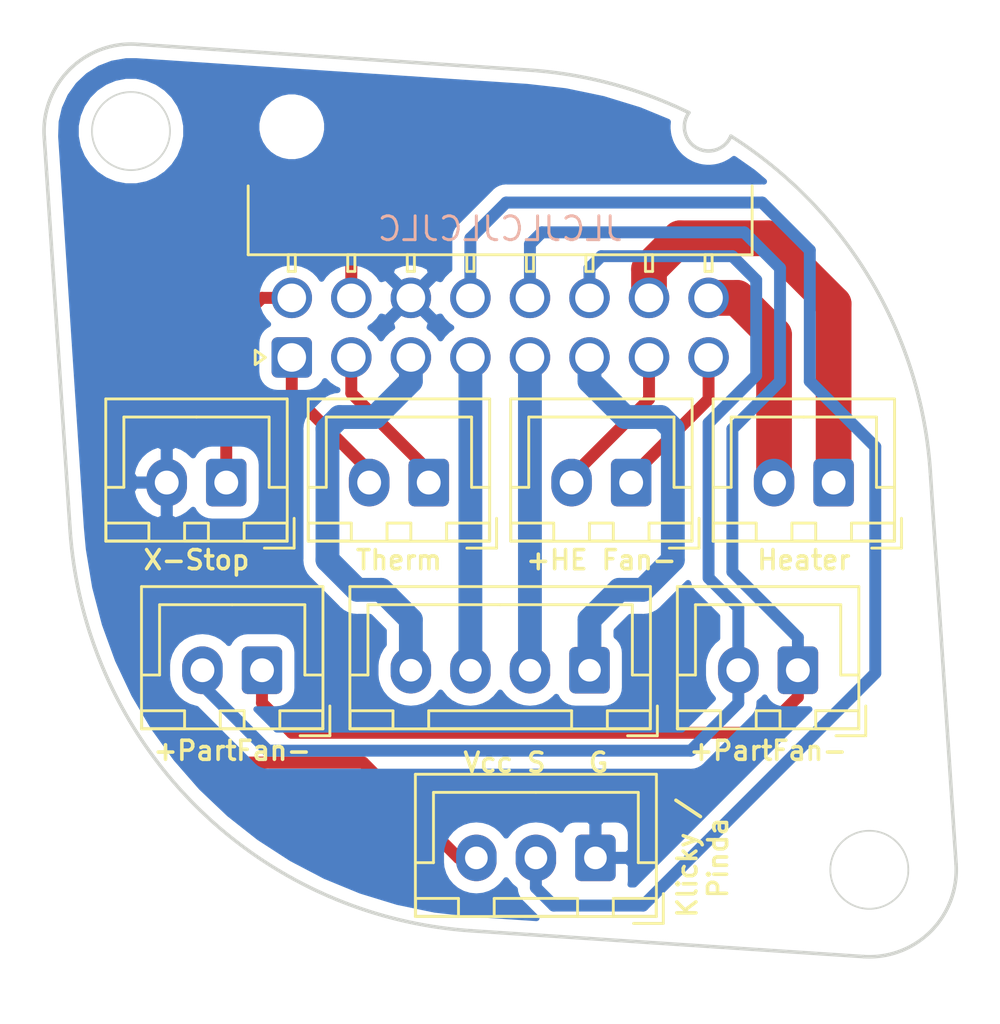
<source format=kicad_pcb>
(kicad_pcb (version 20171130) (host pcbnew "(5.1.12)-1")

  (general
    (thickness 1.6)
    (drawings 22)
    (tracks 96)
    (zones 0)
    (modules 11)
    (nets 17)
  )

  (page A4)
  (layers
    (0 F.Cu signal)
    (31 B.Cu signal)
    (32 B.Adhes user)
    (33 F.Adhes user)
    (34 B.Paste user)
    (35 F.Paste user)
    (36 B.SilkS user)
    (37 F.SilkS user)
    (38 B.Mask user)
    (39 F.Mask user)
    (40 Dwgs.User user)
    (41 Cmts.User user)
    (42 Eco1.User user)
    (43 Eco2.User user)
    (44 Edge.Cuts user)
    (45 Margin user)
    (46 B.CrtYd user hide)
    (47 F.CrtYd user hide)
    (48 B.Fab user hide)
    (49 F.Fab user hide)
  )

  (setup
    (last_trace_width 0.25)
    (user_trace_width 0.25)
    (user_trace_width 0.5)
    (user_trace_width 0.75)
    (user_trace_width 1)
    (user_trace_width 1.5)
    (trace_clearance 0.2)
    (zone_clearance 0.508)
    (zone_45_only no)
    (trace_min 0.2)
    (via_size 0.8)
    (via_drill 0.4)
    (via_min_size 0.4)
    (via_min_drill 0.3)
    (uvia_size 0.3)
    (uvia_drill 0.1)
    (uvias_allowed no)
    (uvia_min_size 0.2)
    (uvia_min_drill 0.1)
    (edge_width 0.05)
    (segment_width 0.2)
    (pcb_text_width 0.3)
    (pcb_text_size 1.5 1.5)
    (mod_edge_width 0.12)
    (mod_text_size 1 1)
    (mod_text_width 0.15)
    (pad_size 3.2 3.2)
    (pad_drill 3.2)
    (pad_to_mask_clearance 0.051)
    (solder_mask_min_width 0.25)
    (aux_axis_origin 0 0)
    (grid_origin 200.55044 91.250438)
    (visible_elements 7FFFFFFF)
    (pcbplotparams
      (layerselection 0x010fc_ffffffff)
      (usegerberextensions true)
      (usegerberattributes false)
      (usegerberadvancedattributes false)
      (creategerberjobfile false)
      (excludeedgelayer true)
      (linewidth 0.100000)
      (plotframeref false)
      (viasonmask false)
      (mode 1)
      (useauxorigin false)
      (hpglpennumber 1)
      (hpglpenspeed 20)
      (hpglpendiameter 15.000000)
      (psnegative false)
      (psa4output false)
      (plotreference true)
      (plotvalue true)
      (plotinvisibletext false)
      (padsonsilk true)
      (subtractmaskfromsilk false)
      (outputformat 1)
      (mirror false)
      (drillshape 0)
      (scaleselection 1)
      (outputdirectory "Gerbers/"))
  )

  (net 0 "")
  (net 1 GND)
  (net 2 /Hotend_Fan+)
  (net 3 /Hotend_Fan-)
  (net 4 /PartFan-)
  (net 5 /PartFan+)
  (net 6 /Thermistor_2)
  (net 7 /Thermistor_1)
  (net 8 /Heater1)
  (net 9 /Heater2)
  (net 10 /Motor_B2)
  (net 11 /Motor_B1)
  (net 12 /Motor_A2)
  (net 13 /Motor_A1)
  (net 14 /Clicky_Sig)
  (net 15 /X_Endstop_Sig)
  (net 16 +5V)

  (net_class Default "This is the default net class."
    (clearance 0.2)
    (trace_width 0.25)
    (via_dia 0.8)
    (via_drill 0.4)
    (uvia_dia 0.3)
    (uvia_drill 0.1)
    (add_net +5V)
    (add_net /Clicky_Sig)
    (add_net /Heater1)
    (add_net /Heater2)
    (add_net /Hotend_Fan+)
    (add_net /Hotend_Fan-)
    (add_net /Motor_A1)
    (add_net /Motor_A2)
    (add_net /Motor_B1)
    (add_net /Motor_B2)
    (add_net /PartFan+)
    (add_net /PartFan-)
    (add_net /Thermistor_1)
    (add_net /Thermistor_2)
    (add_net /X_Endstop_Sig)
    (add_net GND)
  )

  (module Connector_JST:JST_XH_B3B-XH-A_1x03_P2.50mm_Vertical (layer F.Cu) (tedit 5C28146C) (tstamp 61D60A16)
    (at 204.55044 106.250438 180)
    (descr "JST XH series connector, B3B-XH-A (http://www.jst-mfg.com/product/pdf/eng/eXH.pdf), generated with kicad-footprint-generator")
    (tags "connector JST XH vertical")
    (path /61DA39E2)
    (fp_text reference J1 (at 2.5 -3.55) (layer F.SilkS) hide
      (effects (font (size 1 1) (thickness 0.15)))
    )
    (fp_text value Z_Probe (at 2.5 4.6) (layer F.Fab)
      (effects (font (size 1 1) (thickness 0.15)))
    )
    (fp_line (start -2.45 -2.35) (end -2.45 3.4) (layer F.Fab) (width 0.1))
    (fp_line (start -2.45 3.4) (end 7.45 3.4) (layer F.Fab) (width 0.1))
    (fp_line (start 7.45 3.4) (end 7.45 -2.35) (layer F.Fab) (width 0.1))
    (fp_line (start 7.45 -2.35) (end -2.45 -2.35) (layer F.Fab) (width 0.1))
    (fp_line (start -2.56 -2.46) (end -2.56 3.51) (layer F.SilkS) (width 0.12))
    (fp_line (start -2.56 3.51) (end 7.56 3.51) (layer F.SilkS) (width 0.12))
    (fp_line (start 7.56 3.51) (end 7.56 -2.46) (layer F.SilkS) (width 0.12))
    (fp_line (start 7.56 -2.46) (end -2.56 -2.46) (layer F.SilkS) (width 0.12))
    (fp_line (start -2.95 -2.85) (end -2.95 3.9) (layer F.CrtYd) (width 0.05))
    (fp_line (start -2.95 3.9) (end 7.95 3.9) (layer F.CrtYd) (width 0.05))
    (fp_line (start 7.95 3.9) (end 7.95 -2.85) (layer F.CrtYd) (width 0.05))
    (fp_line (start 7.95 -2.85) (end -2.95 -2.85) (layer F.CrtYd) (width 0.05))
    (fp_line (start -0.625 -2.35) (end 0 -1.35) (layer F.Fab) (width 0.1))
    (fp_line (start 0 -1.35) (end 0.625 -2.35) (layer F.Fab) (width 0.1))
    (fp_line (start 0.75 -2.45) (end 0.75 -1.7) (layer F.SilkS) (width 0.12))
    (fp_line (start 0.75 -1.7) (end 4.25 -1.7) (layer F.SilkS) (width 0.12))
    (fp_line (start 4.25 -1.7) (end 4.25 -2.45) (layer F.SilkS) (width 0.12))
    (fp_line (start 4.25 -2.45) (end 0.75 -2.45) (layer F.SilkS) (width 0.12))
    (fp_line (start -2.55 -2.45) (end -2.55 -1.7) (layer F.SilkS) (width 0.12))
    (fp_line (start -2.55 -1.7) (end -0.75 -1.7) (layer F.SilkS) (width 0.12))
    (fp_line (start -0.75 -1.7) (end -0.75 -2.45) (layer F.SilkS) (width 0.12))
    (fp_line (start -0.75 -2.45) (end -2.55 -2.45) (layer F.SilkS) (width 0.12))
    (fp_line (start 5.75 -2.45) (end 5.75 -1.7) (layer F.SilkS) (width 0.12))
    (fp_line (start 5.75 -1.7) (end 7.55 -1.7) (layer F.SilkS) (width 0.12))
    (fp_line (start 7.55 -1.7) (end 7.55 -2.45) (layer F.SilkS) (width 0.12))
    (fp_line (start 7.55 -2.45) (end 5.75 -2.45) (layer F.SilkS) (width 0.12))
    (fp_line (start -2.55 -0.2) (end -1.8 -0.2) (layer F.SilkS) (width 0.12))
    (fp_line (start -1.8 -0.2) (end -1.8 2.75) (layer F.SilkS) (width 0.12))
    (fp_line (start -1.8 2.75) (end 2.5 2.75) (layer F.SilkS) (width 0.12))
    (fp_line (start 7.55 -0.2) (end 6.8 -0.2) (layer F.SilkS) (width 0.12))
    (fp_line (start 6.8 -0.2) (end 6.8 2.75) (layer F.SilkS) (width 0.12))
    (fp_line (start 6.8 2.75) (end 2.5 2.75) (layer F.SilkS) (width 0.12))
    (fp_line (start -1.6 -2.75) (end -2.85 -2.75) (layer F.SilkS) (width 0.12))
    (fp_line (start -2.85 -2.75) (end -2.85 -1.5) (layer F.SilkS) (width 0.12))
    (fp_text user %R (at 2.5 2.7) (layer F.Fab)
      (effects (font (size 1 1) (thickness 0.15)))
    )
    (pad 3 thru_hole oval (at 5 0 180) (size 1.7 1.95) (drill 0.95) (layers *.Cu *.Mask)
      (net 16 +5V))
    (pad 2 thru_hole oval (at 2.5 0 180) (size 1.7 1.95) (drill 0.95) (layers *.Cu *.Mask)
      (net 14 /Clicky_Sig))
    (pad 1 thru_hole roundrect (at 0 0 180) (size 1.7 1.95) (drill 0.95) (layers *.Cu *.Mask) (roundrect_rratio 0.1470588235294118)
      (net 1 GND))
    (model ${KISYS3DMOD}/Connector_JST.3dshapes/JST_XH_B3B-XH-A_1x03_P2.50mm_Vertical.wrl
      (at (xyz 0 0 0))
      (scale (xyz 1 1 1))
      (rotate (xyz 0 0 0))
    )
  )

  (module Toolhead_PCB_Paul:Molex_Nano-Fit_105314-xx16_2x08_P2.50mm_Horizontal (layer F.Cu) (tedit 61D4BC89) (tstamp 61D0672F)
    (at 191.80044 85.250438 90)
    (descr "Molex Nano-Fit Power Connectors, 105314-xx16, 8 Pins per row (http://www.molex.com/pdm_docs/sd/1053141208_sd.pdf), generated with kicad-footprint-generator")
    (tags "connector Molex Nano-Fit top entry")
    (path /61CF496E)
    (fp_text reference J10 (at 8.65 -2.92 90) (layer F.SilkS) hide
      (effects (font (size 1 1) (thickness 0.15)))
    )
    (fp_text value Conn_02x08_Top_Bottom (at 8.65 20.42 90) (layer F.Fab)
      (effects (font (size 1 1) (thickness 0.15)))
    )
    (fp_line (start 4.42 -1.72) (end 4.42 19.22) (layer F.Fab) (width 0.1))
    (fp_line (start 4.42 19.22) (end 12.88 19.22) (layer F.Fab) (width 0.1))
    (fp_line (start 12.88 19.22) (end 12.88 -1.72) (layer F.Fab) (width 0.1))
    (fp_line (start 12.88 -1.72) (end 4.42 -1.72) (layer F.Fab) (width 0.1))
    (fp_line (start 4.31 -1.83) (end 4.31 19.33) (layer F.SilkS) (width 0.12))
    (fp_line (start 4.31 0.15) (end 4.31 -0.15) (layer F.SilkS) (width 0.12))
    (fp_line (start 4.31 -0.15) (end 3.61 -0.15) (layer F.SilkS) (width 0.12))
    (fp_line (start 3.61 -0.15) (end 3.61 0.15) (layer F.SilkS) (width 0.12))
    (fp_line (start 3.61 0.15) (end 4.31 0.15) (layer F.SilkS) (width 0.12))
    (fp_line (start 4.31 2.65) (end 4.31 2.35) (layer F.SilkS) (width 0.12))
    (fp_line (start 4.31 2.35) (end 3.61 2.35) (layer F.SilkS) (width 0.12))
    (fp_line (start 3.61 2.35) (end 3.61 2.65) (layer F.SilkS) (width 0.12))
    (fp_line (start 3.61 2.65) (end 4.31 2.65) (layer F.SilkS) (width 0.12))
    (fp_line (start 4.31 5.15) (end 4.31 4.85) (layer F.SilkS) (width 0.12))
    (fp_line (start 4.31 4.85) (end 3.61 4.85) (layer F.SilkS) (width 0.12))
    (fp_line (start 3.61 4.85) (end 3.61 5.15) (layer F.SilkS) (width 0.12))
    (fp_line (start 3.61 5.15) (end 4.31 5.15) (layer F.SilkS) (width 0.12))
    (fp_line (start 4.31 7.65) (end 4.31 7.35) (layer F.SilkS) (width 0.12))
    (fp_line (start 4.31 7.35) (end 3.61 7.35) (layer F.SilkS) (width 0.12))
    (fp_line (start 3.61 7.35) (end 3.61 7.65) (layer F.SilkS) (width 0.12))
    (fp_line (start 3.61 7.65) (end 4.31 7.65) (layer F.SilkS) (width 0.12))
    (fp_line (start 4.31 10.15) (end 4.31 9.85) (layer F.SilkS) (width 0.12))
    (fp_line (start 4.31 9.85) (end 3.61 9.85) (layer F.SilkS) (width 0.12))
    (fp_line (start 3.61 9.85) (end 3.61 10.15) (layer F.SilkS) (width 0.12))
    (fp_line (start 3.61 10.15) (end 4.31 10.15) (layer F.SilkS) (width 0.12))
    (fp_line (start 4.31 12.65) (end 4.31 12.35) (layer F.SilkS) (width 0.12))
    (fp_line (start 4.31 12.35) (end 3.61 12.35) (layer F.SilkS) (width 0.12))
    (fp_line (start 3.61 12.35) (end 3.61 12.65) (layer F.SilkS) (width 0.12))
    (fp_line (start 3.61 12.65) (end 4.31 12.65) (layer F.SilkS) (width 0.12))
    (fp_line (start 4.31 15.15) (end 4.31 14.85) (layer F.SilkS) (width 0.12))
    (fp_line (start 4.31 14.85) (end 3.61 14.85) (layer F.SilkS) (width 0.12))
    (fp_line (start 3.61 14.85) (end 3.61 15.15) (layer F.SilkS) (width 0.12))
    (fp_line (start 3.61 15.15) (end 4.31 15.15) (layer F.SilkS) (width 0.12))
    (fp_line (start 4.31 17.65) (end 4.31 17.35) (layer F.SilkS) (width 0.12))
    (fp_line (start 4.31 17.35) (end 3.61 17.35) (layer F.SilkS) (width 0.12))
    (fp_line (start 3.61 17.35) (end 3.61 17.65) (layer F.SilkS) (width 0.12))
    (fp_line (start 3.61 17.65) (end 4.31 17.65) (layer F.SilkS) (width 0.12))
    (fp_line (start 0 -1.11) (end 0.3 -1.534264) (layer F.SilkS) (width 0.12))
    (fp_line (start 0.3 -1.534264) (end -0.3 -1.534264) (layer F.SilkS) (width 0.12))
    (fp_line (start -0.3 -1.534264) (end 0 -1.11) (layer F.SilkS) (width 0.12))
    (fp_line (start 0 -1.11) (end 0.3 -1.534264) (layer F.Fab) (width 0.1))
    (fp_line (start 0.3 -1.534264) (end -0.3 -1.534264) (layer F.Fab) (width 0.1))
    (fp_line (start -0.3 -1.534264) (end 0 -1.11) (layer F.Fab) (width 0.1))
    (fp_line (start -1.35 -2.22) (end -1.35 19.72) (layer F.CrtYd) (width 0.05))
    (fp_line (start -1.35 19.72) (end 13.38 19.72) (layer F.CrtYd) (width 0.05))
    (fp_line (start 13.38 19.72) (end 13.38 -2.22) (layer F.CrtYd) (width 0.05))
    (fp_line (start 13.38 -2.22) (end -1.35 -2.22) (layer F.CrtYd) (width 0.05))
    (fp_line (start 4.31 19.33) (end 7.2 19.33) (layer F.SilkS) (width 0.12))
    (fp_line (start 4.31 -1.83) (end 7.2 -1.83) (layer F.SilkS) (width 0.12))
    (pad 1 thru_hole roundrect (at 0 0 90) (size 1.7 1.7) (drill 1.2) (layers *.Cu *.Mask) (roundrect_rratio 0.1470588235294118)
      (net 6 /Thermistor_2))
    (pad 2 thru_hole circle (at 0 2.5 90) (size 1.7 1.7) (drill 1.2) (layers *.Cu *.Mask)
      (net 7 /Thermistor_1))
    (pad 3 thru_hole circle (at 0 5 90) (size 1.7 1.7) (drill 1.2) (layers *.Cu *.Mask)
      (net 13 /Motor_A1))
    (pad 4 thru_hole circle (at 0 7.5 90) (size 1.7 1.7) (drill 1.2) (layers *.Cu *.Mask)
      (net 12 /Motor_A2))
    (pad 5 thru_hole circle (at 0 10 90) (size 1.7 1.7) (drill 1.2) (layers *.Cu *.Mask)
      (net 11 /Motor_B1))
    (pad 6 thru_hole circle (at 0 12.5 90) (size 1.7 1.7) (drill 1.2) (layers *.Cu *.Mask)
      (net 10 /Motor_B2))
    (pad 7 thru_hole circle (at 0 15 90) (size 1.7 1.7) (drill 1.2) (layers *.Cu *.Mask)
      (net 2 /Hotend_Fan+))
    (pad 8 thru_hole circle (at 0 17.5 90) (size 1.7 1.7) (drill 1.2) (layers *.Cu *.Mask)
      (net 3 /Hotend_Fan-))
    (pad 9 thru_hole circle (at 2.5 0 90) (size 1.7 1.7) (drill 1.2) (layers *.Cu *.Mask)
      (net 15 /X_Endstop_Sig))
    (pad 10 thru_hole circle (at 2.5 2.5 90) (size 1.7 1.7) (drill 1.2) (layers *.Cu *.Mask)
      (net 16 +5V))
    (pad 11 thru_hole circle (at 2.5 5 90) (size 1.7 1.7) (drill 1.2) (layers *.Cu *.Mask)
      (net 1 GND))
    (pad 12 thru_hole circle (at 2.5 7.5 90) (size 1.7 1.7) (drill 1.2) (layers *.Cu *.Mask)
      (net 14 /Clicky_Sig))
    (pad 13 thru_hole circle (at 2.5 10 90) (size 1.7 1.7) (drill 1.2) (layers *.Cu *.Mask)
      (net 4 /PartFan-))
    (pad 14 thru_hole circle (at 2.5 12.5 90) (size 1.7 1.7) (drill 1.2) (layers *.Cu *.Mask)
      (net 5 /PartFan+))
    (pad 15 thru_hole circle (at 2.5 15 90) (size 1.7 1.7) (drill 1.2) (layers *.Cu *.Mask)
      (net 9 /Heater2))
    (pad 16 thru_hole circle (at 2.5 17.5 90) (size 1.7 1.7) (drill 1.2) (layers *.Cu *.Mask)
      (net 8 /Heater1))
    (pad "" np_thru_hole circle (at 9.68 0 90) (size 1.7 1.7) (drill 1.7) (layers *.Cu *.Mask))
    (model ${KISYS3DMOD}/Connector_Molex.3dshapes/1053141116.stp
      (offset (xyz 8.699999999999999 -8.789999999999999 3.35))
      (scale (xyz 1 1 1))
      (rotate (xyz -90 0 -90))
    )
  )

  (module MountingHole:MountingHole_3.2mm_M3 (layer F.Cu) (tedit 56D1B4CB) (tstamp 61B9DC01)
    (at 216.05022 106.750219)
    (descr "Mounting Hole 3.2mm, no annular, M3")
    (tags "mounting hole 3.2mm no annular m3")
    (path /60B8DE4B)
    (attr virtual)
    (fp_text reference H2 (at 0 -4.2) (layer F.SilkS) hide
      (effects (font (size 1 1) (thickness 0.15)))
    )
    (fp_text value MountingHole (at 0 4.2) (layer F.Fab)
      (effects (font (size 1 1) (thickness 0.15)))
    )
    (fp_circle (center 0 0) (end 3.2 0) (layer Cmts.User) (width 0.15))
    (fp_circle (center 0 0) (end 3.45 0) (layer F.CrtYd) (width 0.05))
    (fp_text user %R (at 0.3 0) (layer F.Fab)
      (effects (font (size 1 1) (thickness 0.15)))
    )
    (pad 1 np_thru_hole circle (at 0 0) (size 3.2 3.2) (drill 3.2) (layers *.Cu *.Mask))
  )

  (module MountingHole:MountingHole_3.2mm_M3 (layer F.Cu) (tedit 56D1B4CB) (tstamp 61B9DBF9)
    (at 185.05022 75.750219)
    (descr "Mounting Hole 3.2mm, no annular, M3")
    (tags "mounting hole 3.2mm no annular m3")
    (path /60B8D3E9)
    (attr virtual)
    (fp_text reference H1 (at 0 -4.2) (layer F.SilkS) hide
      (effects (font (size 1 1) (thickness 0.15)))
    )
    (fp_text value MountingHole (at 0 4.2) (layer F.Fab)
      (effects (font (size 1 1) (thickness 0.15)))
    )
    (fp_circle (center 0 0) (end 3.2 0) (layer Cmts.User) (width 0.15))
    (fp_circle (center 0 0) (end 3.45 0) (layer F.CrtYd) (width 0.05))
    (fp_text user %R (at 0.3 0) (layer F.Fab)
      (effects (font (size 1 1) (thickness 0.15)))
    )
    (pad 1 np_thru_hole circle (at 0 0) (size 3.2 3.2) (drill 3.2) (layers *.Cu *.Mask))
  )

  (module Connector_JST:JST_XH_B2B-XH-A_1x02_P2.50mm_Vertical (layer F.Cu) (tedit 5C28146C) (tstamp 61D4BC94)
    (at 214.55044 90.500438 180)
    (descr "JST XH series connector, B2B-XH-A (http://www.jst-mfg.com/product/pdf/eng/eXH.pdf), generated with kicad-footprint-generator")
    (tags "connector JST XH vertical")
    (path /60B720B7)
    (fp_text reference J5 (at 1.25 1.8) (layer F.SilkS) hide
      (effects (font (size 1 1) (thickness 0.15)))
    )
    (fp_text value Heater (at 1.25 4.6) (layer F.Fab)
      (effects (font (size 1 1) (thickness 0.15)))
    )
    (fp_line (start -2.45 -2.35) (end -2.45 3.4) (layer F.Fab) (width 0.1))
    (fp_line (start -2.45 3.4) (end 4.95 3.4) (layer F.Fab) (width 0.1))
    (fp_line (start 4.95 3.4) (end 4.95 -2.35) (layer F.Fab) (width 0.1))
    (fp_line (start 4.95 -2.35) (end -2.45 -2.35) (layer F.Fab) (width 0.1))
    (fp_line (start -2.56 -2.46) (end -2.56 3.51) (layer F.SilkS) (width 0.12))
    (fp_line (start -2.56 3.51) (end 5.06 3.51) (layer F.SilkS) (width 0.12))
    (fp_line (start 5.06 3.51) (end 5.06 -2.46) (layer F.SilkS) (width 0.12))
    (fp_line (start 5.06 -2.46) (end -2.56 -2.46) (layer F.SilkS) (width 0.12))
    (fp_line (start -2.95 -2.85) (end -2.95 3.9) (layer F.CrtYd) (width 0.05))
    (fp_line (start -2.95 3.9) (end 5.45 3.9) (layer F.CrtYd) (width 0.05))
    (fp_line (start 5.45 3.9) (end 5.45 -2.85) (layer F.CrtYd) (width 0.05))
    (fp_line (start 5.45 -2.85) (end -2.95 -2.85) (layer F.CrtYd) (width 0.05))
    (fp_line (start -0.625 -2.35) (end 0 -1.35) (layer F.Fab) (width 0.1))
    (fp_line (start 0 -1.35) (end 0.625 -2.35) (layer F.Fab) (width 0.1))
    (fp_line (start 0.75 -2.45) (end 0.75 -1.7) (layer F.SilkS) (width 0.12))
    (fp_line (start 0.75 -1.7) (end 1.75 -1.7) (layer F.SilkS) (width 0.12))
    (fp_line (start 1.75 -1.7) (end 1.75 -2.45) (layer F.SilkS) (width 0.12))
    (fp_line (start 1.75 -2.45) (end 0.75 -2.45) (layer F.SilkS) (width 0.12))
    (fp_line (start -2.55 -2.45) (end -2.55 -1.7) (layer F.SilkS) (width 0.12))
    (fp_line (start -2.55 -1.7) (end -0.75 -1.7) (layer F.SilkS) (width 0.12))
    (fp_line (start -0.75 -1.7) (end -0.75 -2.45) (layer F.SilkS) (width 0.12))
    (fp_line (start -0.75 -2.45) (end -2.55 -2.45) (layer F.SilkS) (width 0.12))
    (fp_line (start 3.25 -2.45) (end 3.25 -1.7) (layer F.SilkS) (width 0.12))
    (fp_line (start 3.25 -1.7) (end 5.05 -1.7) (layer F.SilkS) (width 0.12))
    (fp_line (start 5.05 -1.7) (end 5.05 -2.45) (layer F.SilkS) (width 0.12))
    (fp_line (start 5.05 -2.45) (end 3.25 -2.45) (layer F.SilkS) (width 0.12))
    (fp_line (start -2.55 -0.2) (end -1.8 -0.2) (layer F.SilkS) (width 0.12))
    (fp_line (start -1.8 -0.2) (end -1.8 2.75) (layer F.SilkS) (width 0.12))
    (fp_line (start -1.8 2.75) (end 1.25 2.75) (layer F.SilkS) (width 0.12))
    (fp_line (start 5.05 -0.2) (end 4.3 -0.2) (layer F.SilkS) (width 0.12))
    (fp_line (start 4.3 -0.2) (end 4.3 2.75) (layer F.SilkS) (width 0.12))
    (fp_line (start 4.3 2.75) (end 1.25 2.75) (layer F.SilkS) (width 0.12))
    (fp_line (start -1.6 -2.75) (end -2.85 -2.75) (layer F.SilkS) (width 0.12))
    (fp_line (start -2.85 -2.75) (end -2.85 -1.5) (layer F.SilkS) (width 0.12))
    (fp_text user %R (at 1.25 2.7) (layer F.Fab)
      (effects (font (size 1 1) (thickness 0.15)))
    )
    (pad 2 thru_hole oval (at 2.5 0 180) (size 1.7 2) (drill 1) (layers *.Cu *.Mask)
      (net 8 /Heater1))
    (pad 1 thru_hole roundrect (at 0 0 180) (size 1.7 2) (drill 1) (layers *.Cu *.Mask) (roundrect_rratio 0.1470588235294118)
      (net 9 /Heater2))
    (model ${KISYS3DMOD}/Connector_JST.3dshapes/JST_XH_B2B-XH-A_1x02_P2.50mm_Vertical.wrl
      (at (xyz 0 0 0))
      (scale (xyz 1 1 1))
      (rotate (xyz 0 0 0))
    )
  )

  (module Connector_JST:JST_XH_B2B-XH-A_1x02_P2.50mm_Vertical (layer F.Cu) (tedit 5C28146C) (tstamp 61D4B848)
    (at 206.05044 90.500438 180)
    (descr "JST XH series connector, B2B-XH-A (http://www.jst-mfg.com/product/pdf/eng/eXH.pdf), generated with kicad-footprint-generator")
    (tags "connector JST XH vertical")
    (path /60B78134)
    (fp_text reference J3 (at 1.25 1.8) (layer F.SilkS) hide
      (effects (font (size 1 1) (thickness 0.15)))
    )
    (fp_text value "Hotend Fan" (at 1.25 4.6) (layer F.Fab)
      (effects (font (size 1 1) (thickness 0.15)))
    )
    (fp_line (start -2.45 -2.35) (end -2.45 3.4) (layer F.Fab) (width 0.1))
    (fp_line (start -2.45 3.4) (end 4.95 3.4) (layer F.Fab) (width 0.1))
    (fp_line (start 4.95 3.4) (end 4.95 -2.35) (layer F.Fab) (width 0.1))
    (fp_line (start 4.95 -2.35) (end -2.45 -2.35) (layer F.Fab) (width 0.1))
    (fp_line (start -2.56 -2.46) (end -2.56 3.51) (layer F.SilkS) (width 0.12))
    (fp_line (start -2.56 3.51) (end 5.06 3.51) (layer F.SilkS) (width 0.12))
    (fp_line (start 5.06 3.51) (end 5.06 -2.46) (layer F.SilkS) (width 0.12))
    (fp_line (start 5.06 -2.46) (end -2.56 -2.46) (layer F.SilkS) (width 0.12))
    (fp_line (start -2.95 -2.85) (end -2.95 3.9) (layer F.CrtYd) (width 0.05))
    (fp_line (start -2.95 3.9) (end 5.45 3.9) (layer F.CrtYd) (width 0.05))
    (fp_line (start 5.45 3.9) (end 5.45 -2.85) (layer F.CrtYd) (width 0.05))
    (fp_line (start 5.45 -2.85) (end -2.95 -2.85) (layer F.CrtYd) (width 0.05))
    (fp_line (start -0.625 -2.35) (end 0 -1.35) (layer F.Fab) (width 0.1))
    (fp_line (start 0 -1.35) (end 0.625 -2.35) (layer F.Fab) (width 0.1))
    (fp_line (start 0.75 -2.45) (end 0.75 -1.7) (layer F.SilkS) (width 0.12))
    (fp_line (start 0.75 -1.7) (end 1.75 -1.7) (layer F.SilkS) (width 0.12))
    (fp_line (start 1.75 -1.7) (end 1.75 -2.45) (layer F.SilkS) (width 0.12))
    (fp_line (start 1.75 -2.45) (end 0.75 -2.45) (layer F.SilkS) (width 0.12))
    (fp_line (start -2.55 -2.45) (end -2.55 -1.7) (layer F.SilkS) (width 0.12))
    (fp_line (start -2.55 -1.7) (end -0.75 -1.7) (layer F.SilkS) (width 0.12))
    (fp_line (start -0.75 -1.7) (end -0.75 -2.45) (layer F.SilkS) (width 0.12))
    (fp_line (start -0.75 -2.45) (end -2.55 -2.45) (layer F.SilkS) (width 0.12))
    (fp_line (start 3.25 -2.45) (end 3.25 -1.7) (layer F.SilkS) (width 0.12))
    (fp_line (start 3.25 -1.7) (end 5.05 -1.7) (layer F.SilkS) (width 0.12))
    (fp_line (start 5.05 -1.7) (end 5.05 -2.45) (layer F.SilkS) (width 0.12))
    (fp_line (start 5.05 -2.45) (end 3.25 -2.45) (layer F.SilkS) (width 0.12))
    (fp_line (start -2.55 -0.2) (end -1.8 -0.2) (layer F.SilkS) (width 0.12))
    (fp_line (start -1.8 -0.2) (end -1.8 2.75) (layer F.SilkS) (width 0.12))
    (fp_line (start -1.8 2.75) (end 1.25 2.75) (layer F.SilkS) (width 0.12))
    (fp_line (start 5.05 -0.2) (end 4.3 -0.2) (layer F.SilkS) (width 0.12))
    (fp_line (start 4.3 -0.2) (end 4.3 2.75) (layer F.SilkS) (width 0.12))
    (fp_line (start 4.3 2.75) (end 1.25 2.75) (layer F.SilkS) (width 0.12))
    (fp_line (start -1.6 -2.75) (end -2.85 -2.75) (layer F.SilkS) (width 0.12))
    (fp_line (start -2.85 -2.75) (end -2.85 -1.5) (layer F.SilkS) (width 0.12))
    (fp_text user %R (at 1.25 2.7) (layer F.Fab)
      (effects (font (size 1 1) (thickness 0.15)))
    )
    (pad 2 thru_hole oval (at 2.5 0 180) (size 1.7 2) (drill 1) (layers *.Cu *.Mask)
      (net 2 /Hotend_Fan+))
    (pad 1 thru_hole roundrect (at 0 0 180) (size 1.7 2) (drill 1) (layers *.Cu *.Mask) (roundrect_rratio 0.1470588235294118)
      (net 3 /Hotend_Fan-))
    (model ${KISYS3DMOD}/Connector_JST.3dshapes/JST_XH_B2B-XH-A_1x02_P2.50mm_Vertical.wrl
      (at (xyz 0 0 0))
      (scale (xyz 1 1 1))
      (rotate (xyz 0 0 0))
    )
  )

  (module Connector_JST:JST_XH_B2B-XH-A_1x02_P2.50mm_Vertical (layer F.Cu) (tedit 5C28146C) (tstamp 61D4CFA2)
    (at 213.05044 98.375438 180)
    (descr "JST XH series connector, B2B-XH-A (http://www.jst-mfg.com/product/pdf/eng/eXH.pdf), generated with kicad-footprint-generator")
    (tags "connector JST XH vertical")
    (path /60BD21F9)
    (fp_text reference J8 (at 1.397 1.905) (layer F.SilkS) hide
      (effects (font (size 1 1) (thickness 0.15)))
    )
    (fp_text value "Part Cooling Fan" (at 1.25 4.6) (layer F.Fab)
      (effects (font (size 1 1) (thickness 0.15)))
    )
    (fp_line (start -2.45 -2.35) (end -2.45 3.4) (layer F.Fab) (width 0.1))
    (fp_line (start -2.45 3.4) (end 4.95 3.4) (layer F.Fab) (width 0.1))
    (fp_line (start 4.95 3.4) (end 4.95 -2.35) (layer F.Fab) (width 0.1))
    (fp_line (start 4.95 -2.35) (end -2.45 -2.35) (layer F.Fab) (width 0.1))
    (fp_line (start -2.56 -2.46) (end -2.56 3.51) (layer F.SilkS) (width 0.12))
    (fp_line (start -2.56 3.51) (end 5.06 3.51) (layer F.SilkS) (width 0.12))
    (fp_line (start 5.06 3.51) (end 5.06 -2.46) (layer F.SilkS) (width 0.12))
    (fp_line (start 5.06 -2.46) (end -2.56 -2.46) (layer F.SilkS) (width 0.12))
    (fp_line (start -2.95 -2.85) (end -2.95 3.9) (layer F.CrtYd) (width 0.05))
    (fp_line (start -2.95 3.9) (end 5.45 3.9) (layer F.CrtYd) (width 0.05))
    (fp_line (start 5.45 3.9) (end 5.45 -2.85) (layer F.CrtYd) (width 0.05))
    (fp_line (start 5.45 -2.85) (end -2.95 -2.85) (layer F.CrtYd) (width 0.05))
    (fp_line (start -0.625 -2.35) (end 0 -1.35) (layer F.Fab) (width 0.1))
    (fp_line (start 0 -1.35) (end 0.625 -2.35) (layer F.Fab) (width 0.1))
    (fp_line (start 0.75 -2.45) (end 0.75 -1.7) (layer F.SilkS) (width 0.12))
    (fp_line (start 0.75 -1.7) (end 1.75 -1.7) (layer F.SilkS) (width 0.12))
    (fp_line (start 1.75 -1.7) (end 1.75 -2.45) (layer F.SilkS) (width 0.12))
    (fp_line (start 1.75 -2.45) (end 0.75 -2.45) (layer F.SilkS) (width 0.12))
    (fp_line (start -2.55 -2.45) (end -2.55 -1.7) (layer F.SilkS) (width 0.12))
    (fp_line (start -2.55 -1.7) (end -0.75 -1.7) (layer F.SilkS) (width 0.12))
    (fp_line (start -0.75 -1.7) (end -0.75 -2.45) (layer F.SilkS) (width 0.12))
    (fp_line (start -0.75 -2.45) (end -2.55 -2.45) (layer F.SilkS) (width 0.12))
    (fp_line (start 3.25 -2.45) (end 3.25 -1.7) (layer F.SilkS) (width 0.12))
    (fp_line (start 3.25 -1.7) (end 5.05 -1.7) (layer F.SilkS) (width 0.12))
    (fp_line (start 5.05 -1.7) (end 5.05 -2.45) (layer F.SilkS) (width 0.12))
    (fp_line (start 5.05 -2.45) (end 3.25 -2.45) (layer F.SilkS) (width 0.12))
    (fp_line (start -2.55 -0.2) (end -1.8 -0.2) (layer F.SilkS) (width 0.12))
    (fp_line (start -1.8 -0.2) (end -1.8 2.75) (layer F.SilkS) (width 0.12))
    (fp_line (start -1.8 2.75) (end 1.25 2.75) (layer F.SilkS) (width 0.12))
    (fp_line (start 5.05 -0.2) (end 4.3 -0.2) (layer F.SilkS) (width 0.12))
    (fp_line (start 4.3 -0.2) (end 4.3 2.75) (layer F.SilkS) (width 0.12))
    (fp_line (start 4.3 2.75) (end 1.25 2.75) (layer F.SilkS) (width 0.12))
    (fp_line (start -1.6 -2.75) (end -2.85 -2.75) (layer F.SilkS) (width 0.12))
    (fp_line (start -2.85 -2.75) (end -2.85 -1.5) (layer F.SilkS) (width 0.12))
    (fp_text user %R (at 1.25 2.7) (layer F.Fab)
      (effects (font (size 1 1) (thickness 0.15)))
    )
    (pad 2 thru_hole oval (at 2.5 0 180) (size 1.7 2) (drill 1) (layers *.Cu *.Mask)
      (net 5 /PartFan+))
    (pad 1 thru_hole roundrect (at 0 0 180) (size 1.7 2) (drill 1) (layers *.Cu *.Mask) (roundrect_rratio 0.1470588235294118)
      (net 4 /PartFan-))
    (model ${KISYS3DMOD}/Connector_JST.3dshapes/JST_XH_B2B-XH-A_1x02_P2.50mm_Vertical.wrl
      (at (xyz 0 0 0))
      (scale (xyz 1 1 1))
      (rotate (xyz 0 0 0))
    )
  )

  (module Connector_JST:JST_XH_B4B-XH-A_1x04_P2.50mm_Vertical (layer F.Cu) (tedit 5C28146C) (tstamp 61B8F54B)
    (at 204.30022 98.375438 180)
    (descr "JST XH series connector, B4B-XH-A (http://www.jst-mfg.com/product/pdf/eng/eXH.pdf), generated with kicad-footprint-generator")
    (tags "connector JST XH vertical")
    (path /60B6FD3C)
    (fp_text reference J2 (at 3.81 2.032) (layer F.SilkS) hide
      (effects (font (size 1 1) (thickness 0.15)))
    )
    (fp_text value Motor (at 3.75 4.6) (layer F.Fab)
      (effects (font (size 1 1) (thickness 0.15)))
    )
    (fp_line (start -2.45 -2.35) (end -2.45 3.4) (layer F.Fab) (width 0.1))
    (fp_line (start -2.45 3.4) (end 9.95 3.4) (layer F.Fab) (width 0.1))
    (fp_line (start 9.95 3.4) (end 9.95 -2.35) (layer F.Fab) (width 0.1))
    (fp_line (start 9.95 -2.35) (end -2.45 -2.35) (layer F.Fab) (width 0.1))
    (fp_line (start -2.56 -2.46) (end -2.56 3.51) (layer F.SilkS) (width 0.12))
    (fp_line (start -2.56 3.51) (end 10.06 3.51) (layer F.SilkS) (width 0.12))
    (fp_line (start 10.06 3.51) (end 10.06 -2.46) (layer F.SilkS) (width 0.12))
    (fp_line (start 10.06 -2.46) (end -2.56 -2.46) (layer F.SilkS) (width 0.12))
    (fp_line (start -2.95 -2.85) (end -2.95 3.9) (layer F.CrtYd) (width 0.05))
    (fp_line (start -2.95 3.9) (end 10.45 3.9) (layer F.CrtYd) (width 0.05))
    (fp_line (start 10.45 3.9) (end 10.45 -2.85) (layer F.CrtYd) (width 0.05))
    (fp_line (start 10.45 -2.85) (end -2.95 -2.85) (layer F.CrtYd) (width 0.05))
    (fp_line (start -0.625 -2.35) (end 0 -1.35) (layer F.Fab) (width 0.1))
    (fp_line (start 0 -1.35) (end 0.625 -2.35) (layer F.Fab) (width 0.1))
    (fp_line (start 0.75 -2.45) (end 0.75 -1.7) (layer F.SilkS) (width 0.12))
    (fp_line (start 0.75 -1.7) (end 6.75 -1.7) (layer F.SilkS) (width 0.12))
    (fp_line (start 6.75 -1.7) (end 6.75 -2.45) (layer F.SilkS) (width 0.12))
    (fp_line (start 6.75 -2.45) (end 0.75 -2.45) (layer F.SilkS) (width 0.12))
    (fp_line (start -2.55 -2.45) (end -2.55 -1.7) (layer F.SilkS) (width 0.12))
    (fp_line (start -2.55 -1.7) (end -0.75 -1.7) (layer F.SilkS) (width 0.12))
    (fp_line (start -0.75 -1.7) (end -0.75 -2.45) (layer F.SilkS) (width 0.12))
    (fp_line (start -0.75 -2.45) (end -2.55 -2.45) (layer F.SilkS) (width 0.12))
    (fp_line (start 8.25 -2.45) (end 8.25 -1.7) (layer F.SilkS) (width 0.12))
    (fp_line (start 8.25 -1.7) (end 10.05 -1.7) (layer F.SilkS) (width 0.12))
    (fp_line (start 10.05 -1.7) (end 10.05 -2.45) (layer F.SilkS) (width 0.12))
    (fp_line (start 10.05 -2.45) (end 8.25 -2.45) (layer F.SilkS) (width 0.12))
    (fp_line (start -2.55 -0.2) (end -1.8 -0.2) (layer F.SilkS) (width 0.12))
    (fp_line (start -1.8 -0.2) (end -1.8 2.75) (layer F.SilkS) (width 0.12))
    (fp_line (start -1.8 2.75) (end 3.75 2.75) (layer F.SilkS) (width 0.12))
    (fp_line (start 10.05 -0.2) (end 9.3 -0.2) (layer F.SilkS) (width 0.12))
    (fp_line (start 9.3 -0.2) (end 9.3 2.75) (layer F.SilkS) (width 0.12))
    (fp_line (start 9.3 2.75) (end 3.75 2.75) (layer F.SilkS) (width 0.12))
    (fp_line (start -1.6 -2.75) (end -2.85 -2.75) (layer F.SilkS) (width 0.12))
    (fp_line (start -2.85 -2.75) (end -2.85 -1.5) (layer F.SilkS) (width 0.12))
    (fp_text user %R (at 3.75 2.7) (layer F.Fab)
      (effects (font (size 1 1) (thickness 0.15)))
    )
    (pad 4 thru_hole oval (at 7.5 0 180) (size 1.7 1.95) (drill 0.95) (layers *.Cu *.Mask)
      (net 13 /Motor_A1))
    (pad 3 thru_hole oval (at 5 0 180) (size 1.7 1.95) (drill 0.95) (layers *.Cu *.Mask)
      (net 12 /Motor_A2))
    (pad 2 thru_hole oval (at 2.5 0 180) (size 1.7 1.95) (drill 0.95) (layers *.Cu *.Mask)
      (net 11 /Motor_B1))
    (pad 1 thru_hole roundrect (at 0 0 180) (size 1.7 1.95) (drill 0.95) (layers *.Cu *.Mask) (roundrect_rratio 0.1470588235294118)
      (net 10 /Motor_B2))
    (model ${KISYS3DMOD}/Connector_JST.3dshapes/JST_XH_B4B-XH-A_1x04_P2.50mm_Vertical.wrl
      (at (xyz 0 0 0))
      (scale (xyz 1 1 1))
      (rotate (xyz 0 0 0))
    )
  )

  (module Connector_JST:JST_XH_B2B-XH-A_1x02_P2.50mm_Vertical (layer F.Cu) (tedit 5C28146C) (tstamp 61D54BDF)
    (at 197.55044 90.500438 180)
    (descr "JST XH series connector, B2B-XH-A (http://www.jst-mfg.com/product/pdf/eng/eXH.pdf), generated with kicad-footprint-generator")
    (tags "connector JST XH vertical")
    (path /60B7844F)
    (fp_text reference J6 (at 1.27 1.905) (layer F.SilkS) hide
      (effects (font (size 1 1) (thickness 0.15)))
    )
    (fp_text value Thermistor (at 1.25 4.6) (layer F.Fab)
      (effects (font (size 1 1) (thickness 0.15)))
    )
    (fp_line (start -2.45 -2.35) (end -2.45 3.4) (layer F.Fab) (width 0.1))
    (fp_line (start -2.45 3.4) (end 4.95 3.4) (layer F.Fab) (width 0.1))
    (fp_line (start 4.95 3.4) (end 4.95 -2.35) (layer F.Fab) (width 0.1))
    (fp_line (start 4.95 -2.35) (end -2.45 -2.35) (layer F.Fab) (width 0.1))
    (fp_line (start -2.56 -2.46) (end -2.56 3.51) (layer F.SilkS) (width 0.12))
    (fp_line (start -2.56 3.51) (end 5.06 3.51) (layer F.SilkS) (width 0.12))
    (fp_line (start 5.06 3.51) (end 5.06 -2.46) (layer F.SilkS) (width 0.12))
    (fp_line (start 5.06 -2.46) (end -2.56 -2.46) (layer F.SilkS) (width 0.12))
    (fp_line (start -2.95 -2.85) (end -2.95 3.9) (layer F.CrtYd) (width 0.05))
    (fp_line (start -2.95 3.9) (end 5.45 3.9) (layer F.CrtYd) (width 0.05))
    (fp_line (start 5.45 3.9) (end 5.45 -2.85) (layer F.CrtYd) (width 0.05))
    (fp_line (start 5.45 -2.85) (end -2.95 -2.85) (layer F.CrtYd) (width 0.05))
    (fp_line (start -0.625 -2.35) (end 0 -1.35) (layer F.Fab) (width 0.1))
    (fp_line (start 0 -1.35) (end 0.625 -2.35) (layer F.Fab) (width 0.1))
    (fp_line (start 0.75 -2.45) (end 0.75 -1.7) (layer F.SilkS) (width 0.12))
    (fp_line (start 0.75 -1.7) (end 1.75 -1.7) (layer F.SilkS) (width 0.12))
    (fp_line (start 1.75 -1.7) (end 1.75 -2.45) (layer F.SilkS) (width 0.12))
    (fp_line (start 1.75 -2.45) (end 0.75 -2.45) (layer F.SilkS) (width 0.12))
    (fp_line (start -2.55 -2.45) (end -2.55 -1.7) (layer F.SilkS) (width 0.12))
    (fp_line (start -2.55 -1.7) (end -0.75 -1.7) (layer F.SilkS) (width 0.12))
    (fp_line (start -0.75 -1.7) (end -0.75 -2.45) (layer F.SilkS) (width 0.12))
    (fp_line (start -0.75 -2.45) (end -2.55 -2.45) (layer F.SilkS) (width 0.12))
    (fp_line (start 3.25 -2.45) (end 3.25 -1.7) (layer F.SilkS) (width 0.12))
    (fp_line (start 3.25 -1.7) (end 5.05 -1.7) (layer F.SilkS) (width 0.12))
    (fp_line (start 5.05 -1.7) (end 5.05 -2.45) (layer F.SilkS) (width 0.12))
    (fp_line (start 5.05 -2.45) (end 3.25 -2.45) (layer F.SilkS) (width 0.12))
    (fp_line (start -2.55 -0.2) (end -1.8 -0.2) (layer F.SilkS) (width 0.12))
    (fp_line (start -1.8 -0.2) (end -1.8 2.75) (layer F.SilkS) (width 0.12))
    (fp_line (start -1.8 2.75) (end 1.25 2.75) (layer F.SilkS) (width 0.12))
    (fp_line (start 5.05 -0.2) (end 4.3 -0.2) (layer F.SilkS) (width 0.12))
    (fp_line (start 4.3 -0.2) (end 4.3 2.75) (layer F.SilkS) (width 0.12))
    (fp_line (start 4.3 2.75) (end 1.25 2.75) (layer F.SilkS) (width 0.12))
    (fp_line (start -1.6 -2.75) (end -2.85 -2.75) (layer F.SilkS) (width 0.12))
    (fp_line (start -2.85 -2.75) (end -2.85 -1.5) (layer F.SilkS) (width 0.12))
    (fp_text user %R (at 1.25 2.7) (layer F.Fab)
      (effects (font (size 1 1) (thickness 0.15)))
    )
    (pad 2 thru_hole oval (at 2.5 0 180) (size 1.7 2) (drill 1) (layers *.Cu *.Mask)
      (net 6 /Thermistor_2))
    (pad 1 thru_hole roundrect (at 0 0 180) (size 1.7 2) (drill 1) (layers *.Cu *.Mask) (roundrect_rratio 0.1470588235294118)
      (net 7 /Thermistor_1))
    (model ${KISYS3DMOD}/Connector_JST.3dshapes/JST_XH_B2B-XH-A_1x02_P2.50mm_Vertical.wrl
      (at (xyz 0 0 0))
      (scale (xyz 1 1 1))
      (rotate (xyz 0 0 0))
    )
  )

  (module Connector_JST:JST_XH_B2B-XH-A_1x02_P2.50mm_Vertical (layer F.Cu) (tedit 5C28146C) (tstamp 61D4CE0C)
    (at 190.55044 98.375438 180)
    (descr "JST XH series connector, B2B-XH-A (http://www.jst-mfg.com/product/pdf/eng/eXH.pdf), generated with kicad-footprint-generator")
    (tags "connector JST XH vertical")
    (path /60B77E5A)
    (fp_text reference J4 (at 1.27 1.778) (layer F.SilkS) hide
      (effects (font (size 1 1) (thickness 0.15)))
    )
    (fp_text value "Part Cooling Fan" (at 1.25 4.6) (layer F.Fab)
      (effects (font (size 1 1) (thickness 0.15)))
    )
    (fp_line (start -2.45 -2.35) (end -2.45 3.4) (layer F.Fab) (width 0.1))
    (fp_line (start -2.45 3.4) (end 4.95 3.4) (layer F.Fab) (width 0.1))
    (fp_line (start 4.95 3.4) (end 4.95 -2.35) (layer F.Fab) (width 0.1))
    (fp_line (start 4.95 -2.35) (end -2.45 -2.35) (layer F.Fab) (width 0.1))
    (fp_line (start -2.56 -2.46) (end -2.56 3.51) (layer F.SilkS) (width 0.12))
    (fp_line (start -2.56 3.51) (end 5.06 3.51) (layer F.SilkS) (width 0.12))
    (fp_line (start 5.06 3.51) (end 5.06 -2.46) (layer F.SilkS) (width 0.12))
    (fp_line (start 5.06 -2.46) (end -2.56 -2.46) (layer F.SilkS) (width 0.12))
    (fp_line (start -2.95 -2.85) (end -2.95 3.9) (layer F.CrtYd) (width 0.05))
    (fp_line (start -2.95 3.9) (end 5.45 3.9) (layer F.CrtYd) (width 0.05))
    (fp_line (start 5.45 3.9) (end 5.45 -2.85) (layer F.CrtYd) (width 0.05))
    (fp_line (start 5.45 -2.85) (end -2.95 -2.85) (layer F.CrtYd) (width 0.05))
    (fp_line (start -0.625 -2.35) (end 0 -1.35) (layer F.Fab) (width 0.1))
    (fp_line (start 0 -1.35) (end 0.625 -2.35) (layer F.Fab) (width 0.1))
    (fp_line (start 0.75 -2.45) (end 0.75 -1.7) (layer F.SilkS) (width 0.12))
    (fp_line (start 0.75 -1.7) (end 1.75 -1.7) (layer F.SilkS) (width 0.12))
    (fp_line (start 1.75 -1.7) (end 1.75 -2.45) (layer F.SilkS) (width 0.12))
    (fp_line (start 1.75 -2.45) (end 0.75 -2.45) (layer F.SilkS) (width 0.12))
    (fp_line (start -2.55 -2.45) (end -2.55 -1.7) (layer F.SilkS) (width 0.12))
    (fp_line (start -2.55 -1.7) (end -0.75 -1.7) (layer F.SilkS) (width 0.12))
    (fp_line (start -0.75 -1.7) (end -0.75 -2.45) (layer F.SilkS) (width 0.12))
    (fp_line (start -0.75 -2.45) (end -2.55 -2.45) (layer F.SilkS) (width 0.12))
    (fp_line (start 3.25 -2.45) (end 3.25 -1.7) (layer F.SilkS) (width 0.12))
    (fp_line (start 3.25 -1.7) (end 5.05 -1.7) (layer F.SilkS) (width 0.12))
    (fp_line (start 5.05 -1.7) (end 5.05 -2.45) (layer F.SilkS) (width 0.12))
    (fp_line (start 5.05 -2.45) (end 3.25 -2.45) (layer F.SilkS) (width 0.12))
    (fp_line (start -2.55 -0.2) (end -1.8 -0.2) (layer F.SilkS) (width 0.12))
    (fp_line (start -1.8 -0.2) (end -1.8 2.75) (layer F.SilkS) (width 0.12))
    (fp_line (start -1.8 2.75) (end 1.25 2.75) (layer F.SilkS) (width 0.12))
    (fp_line (start 5.05 -0.2) (end 4.3 -0.2) (layer F.SilkS) (width 0.12))
    (fp_line (start 4.3 -0.2) (end 4.3 2.75) (layer F.SilkS) (width 0.12))
    (fp_line (start 4.3 2.75) (end 1.25 2.75) (layer F.SilkS) (width 0.12))
    (fp_line (start -1.6 -2.75) (end -2.85 -2.75) (layer F.SilkS) (width 0.12))
    (fp_line (start -2.85 -2.75) (end -2.85 -1.5) (layer F.SilkS) (width 0.12))
    (fp_text user %R (at 1.25 2.7) (layer F.Fab)
      (effects (font (size 1 1) (thickness 0.15)))
    )
    (pad 2 thru_hole oval (at 2.5 0 180) (size 1.7 2) (drill 1) (layers *.Cu *.Mask)
      (net 5 /PartFan+))
    (pad 1 thru_hole roundrect (at 0 0 180) (size 1.7 2) (drill 1) (layers *.Cu *.Mask) (roundrect_rratio 0.1470588235294118)
      (net 4 /PartFan-))
    (model ${KISYS3DMOD}/Connector_JST.3dshapes/JST_XH_B2B-XH-A_1x02_P2.50mm_Vertical.wrl
      (at (xyz 0 0 0))
      (scale (xyz 1 1 1))
      (rotate (xyz 0 0 0))
    )
  )

  (module Connector_JST:JST_XH_B2B-XH-A_1x02_P2.50mm_Vertical (layer F.Cu) (tedit 5C28146C) (tstamp 61D549D3)
    (at 189.05044 90.500438 180)
    (descr "JST XH series connector, B2B-XH-A (http://www.jst-mfg.com/product/pdf/eng/eXH.pdf), generated with kicad-footprint-generator")
    (tags "connector JST XH vertical")
    (path /60B7624D)
    (fp_text reference J7 (at 1.27 1.825) (layer F.SilkS) hide
      (effects (font (size 1 1) (thickness 0.15)))
    )
    (fp_text value X-Endstop (at 1.25 4.6) (layer F.Fab)
      (effects (font (size 1 1) (thickness 0.15)))
    )
    (fp_line (start -2.45 -2.35) (end -2.45 3.4) (layer F.Fab) (width 0.1))
    (fp_line (start -2.45 3.4) (end 4.95 3.4) (layer F.Fab) (width 0.1))
    (fp_line (start 4.95 3.4) (end 4.95 -2.35) (layer F.Fab) (width 0.1))
    (fp_line (start 4.95 -2.35) (end -2.45 -2.35) (layer F.Fab) (width 0.1))
    (fp_line (start -2.56 -2.46) (end -2.56 3.51) (layer F.SilkS) (width 0.12))
    (fp_line (start -2.56 3.51) (end 5.06 3.51) (layer F.SilkS) (width 0.12))
    (fp_line (start 5.06 3.51) (end 5.06 -2.46) (layer F.SilkS) (width 0.12))
    (fp_line (start 5.06 -2.46) (end -2.56 -2.46) (layer F.SilkS) (width 0.12))
    (fp_line (start -2.95 -2.85) (end -2.95 3.9) (layer F.CrtYd) (width 0.05))
    (fp_line (start -2.95 3.9) (end 5.45 3.9) (layer F.CrtYd) (width 0.05))
    (fp_line (start 5.45 3.9) (end 5.45 -2.85) (layer F.CrtYd) (width 0.05))
    (fp_line (start 5.45 -2.85) (end -2.95 -2.85) (layer F.CrtYd) (width 0.05))
    (fp_line (start -0.625 -2.35) (end 0 -1.35) (layer F.Fab) (width 0.1))
    (fp_line (start 0 -1.35) (end 0.625 -2.35) (layer F.Fab) (width 0.1))
    (fp_line (start 0.75 -2.45) (end 0.75 -1.7) (layer F.SilkS) (width 0.12))
    (fp_line (start 0.75 -1.7) (end 1.75 -1.7) (layer F.SilkS) (width 0.12))
    (fp_line (start 1.75 -1.7) (end 1.75 -2.45) (layer F.SilkS) (width 0.12))
    (fp_line (start 1.75 -2.45) (end 0.75 -2.45) (layer F.SilkS) (width 0.12))
    (fp_line (start -2.55 -2.45) (end -2.55 -1.7) (layer F.SilkS) (width 0.12))
    (fp_line (start -2.55 -1.7) (end -0.75 -1.7) (layer F.SilkS) (width 0.12))
    (fp_line (start -0.75 -1.7) (end -0.75 -2.45) (layer F.SilkS) (width 0.12))
    (fp_line (start -0.75 -2.45) (end -2.55 -2.45) (layer F.SilkS) (width 0.12))
    (fp_line (start 3.25 -2.45) (end 3.25 -1.7) (layer F.SilkS) (width 0.12))
    (fp_line (start 3.25 -1.7) (end 5.05 -1.7) (layer F.SilkS) (width 0.12))
    (fp_line (start 5.05 -1.7) (end 5.05 -2.45) (layer F.SilkS) (width 0.12))
    (fp_line (start 5.05 -2.45) (end 3.25 -2.45) (layer F.SilkS) (width 0.12))
    (fp_line (start -2.55 -0.2) (end -1.8 -0.2) (layer F.SilkS) (width 0.12))
    (fp_line (start -1.8 -0.2) (end -1.8 2.75) (layer F.SilkS) (width 0.12))
    (fp_line (start -1.8 2.75) (end 1.25 2.75) (layer F.SilkS) (width 0.12))
    (fp_line (start 5.05 -0.2) (end 4.3 -0.2) (layer F.SilkS) (width 0.12))
    (fp_line (start 4.3 -0.2) (end 4.3 2.75) (layer F.SilkS) (width 0.12))
    (fp_line (start 4.3 2.75) (end 1.25 2.75) (layer F.SilkS) (width 0.12))
    (fp_line (start -1.6 -2.75) (end -2.85 -2.75) (layer F.SilkS) (width 0.12))
    (fp_line (start -2.85 -2.75) (end -2.85 -1.5) (layer F.SilkS) (width 0.12))
    (fp_text user %R (at 1.25 2.7) (layer F.Fab)
      (effects (font (size 1 1) (thickness 0.15)))
    )
    (pad 2 thru_hole oval (at 2.5 0 180) (size 1.7 2) (drill 1) (layers *.Cu *.Mask)
      (net 1 GND))
    (pad 1 thru_hole roundrect (at 0 0 180) (size 1.7 2) (drill 1) (layers *.Cu *.Mask) (roundrect_rratio 0.1470588235294118)
      (net 15 /X_Endstop_Sig))
    (model ${KISYS3DMOD}/Connector_JST.3dshapes/JST_XH_B2B-XH-A_1x02_P2.50mm_Vertical.wrl
      (at (xyz 0 0 0))
      (scale (xyz 1 1 1))
      (rotate (xyz 0 0 0))
    )
  )

  (gr_text JLCJLCJLCJLC (at 200.55044 79.850438) (layer B.SilkS)
    (effects (font (size 1 1) (thickness 0.125)) (justify mirror))
  )
  (gr_text "Vcc S   G" (at 202.05044 102.250438) (layer F.SilkS) (tstamp 61D60E0E)
    (effects (font (size 0.8 0.8) (thickness 0.15)))
  )
  (gr_text +PartFan- (at 189.30044 101.750438) (layer F.SilkS) (tstamp 61D4D0B1)
    (effects (font (size 0.8 0.8) (thickness 0.15)))
  )
  (gr_line (start 185.289664 72.108081) (end 201.737819 73.189426) (layer Edge.Cuts) (width 0.15))
  (gr_arc (start 200.550441 91.250436) (end 208.47598 74.97789) (angle -22.20702405) (layer Edge.Cuts) (width 0.15))
  (gr_arc (start 209.30044 75.570438) (end 208.47598 74.97789) (angle -193.0842618) (layer Edge.Cuts) (width 0.15))
  (gr_arc (start 200.550441 91.250436) (end 218.611481 90.063507) (angle -53.8822949) (layer Edge.Cuts) (width 0.15))
  (gr_circle (center 185.05022 75.750219) (end 183.45022 75.750219) (layer Edge.Cuts) (width 0.15))
  (gr_arc (start 185.05022 75.750219) (end 185.289664 72.10808) (angle -97.5227248) (layer Edge.Cuts) (width 0.15))
  (gr_arc (start 200.550439 91.250438) (end 182.489428 92.437816) (angle -82.47869175) (layer Edge.Cuts) (width 0.15))
  (gr_line (start 215.810867 110.392362) (end 199.363508 109.311479) (layer Edge.Cuts) (width 0.15))
  (gr_arc (start 216.05022 106.750219) (end 215.810867 110.392362) (angle -97.51989487) (layer Edge.Cuts) (width 0.15))
  (gr_line (start 200.55044 90.500438) (end 200.55044 112.00022) (layer Eco1.User) (width 0.15))
  (gr_line (start 182.489428 92.437817) (end 181.408081 75.989662) (layer Edge.Cuts) (width 0.15))
  (gr_line (start 218.611481 90.063507) (end 219.692362 106.510865) (layer Edge.Cuts) (width 0.15))
  (gr_circle (center 216.05022 106.750219) (end 214.45022 106.750219) (layer Edge.Cuts) (width 0.15))
  (gr_text "Klicky /\nPinda" (at 209.05044 106.250438 90) (layer F.SilkS) (tstamp 61B968D0)
    (effects (font (size 0.8 0.8) (thickness 0.15)))
  )
  (gr_text Heater (at 213.30044 93.750438) (layer F.SilkS) (tstamp 61B90816)
    (effects (font (size 0.8 0.8) (thickness 0.15)))
  )
  (gr_text +PartFan- (at 211.80044 101.750438) (layer F.SilkS) (tstamp 61B8F885)
    (effects (font (size 0.8 0.8) (thickness 0.15)))
  )
  (gr_text "+HE Fan-" (at 204.80044 93.750438) (layer F.SilkS) (tstamp 61B8F88E)
    (effects (font (size 0.8 0.8) (thickness 0.15)))
  )
  (gr_text X-Stop (at 187.80044 93.750438) (layer F.SilkS) (tstamp 61D4D0A1)
    (effects (font (size 0.8 0.8) (thickness 0.15)))
  )
  (gr_text Therm (at 196.30044 93.750438) (layer F.SilkS) (tstamp 61D55C4A)
    (effects (font (size 0.8 0.8) (thickness 0.15)))
  )

  (segment (start 203.55044 90.500438) (end 203.55044 90.250438) (width 0.5) (layer F.Cu) (net 2))
  (segment (start 206.80044 87.000438) (end 206.80044 85.250438) (width 0.5) (layer F.Cu) (net 2))
  (segment (start 203.55044 90.250438) (end 206.80044 87.000438) (width 0.5) (layer F.Cu) (net 2))
  (segment (start 209.700439 85.650437) (end 209.30044 85.250438) (width 0.5) (layer B.Cu) (net 3))
  (segment (start 206.05044 90.500438) (end 206.05044 90.250438) (width 0.5) (layer F.Cu) (net 3))
  (segment (start 209.30044 87.000438) (end 209.30044 85.250438) (width 0.5) (layer F.Cu) (net 3))
  (segment (start 206.05044 90.250438) (end 209.30044 87.000438) (width 0.5) (layer F.Cu) (net 3))
  (segment (start 190.55044 98.375438) (end 190.55044 99.750438) (width 0.5) (layer F.Cu) (net 4))
  (segment (start 190.55044 99.750438) (end 191.80044 101.000438) (width 0.5) (layer F.Cu) (net 4))
  (segment (start 191.80044 101.000438) (end 211.55044 101.000438) (width 0.5) (layer F.Cu) (net 4))
  (segment (start 213.05044 99.500438) (end 213.05044 98.375438) (width 0.5) (layer F.Cu) (net 4))
  (segment (start 211.55044 101.000438) (end 213.05044 99.500438) (width 0.5) (layer F.Cu) (net 4))
  (segment (start 213.05044 98.375438) (end 213.05044 97.000438) (width 0.5) (layer B.Cu) (net 4))
  (segment (start 213.05044 97.000438) (end 210.30044 94.250438) (width 0.5) (layer B.Cu) (net 4))
  (segment (start 210.30044 94.250438) (end 210.30044 88.250438) (width 0.5) (layer B.Cu) (net 4))
  (segment (start 210.30044 88.250438) (end 212.30044 86.250438) (width 0.5) (layer B.Cu) (net 4))
  (segment (start 212.30044 86.250438) (end 212.30044 81.500438) (width 0.5) (layer B.Cu) (net 4))
  (segment (start 212.30044 81.500438) (end 210.80044 80.000438) (width 0.5) (layer B.Cu) (net 4))
  (segment (start 210.80044 80.000438) (end 202.30044 80.000438) (width 0.5) (layer B.Cu) (net 4))
  (segment (start 201.80044 80.500438) (end 201.80044 82.750438) (width 0.5) (layer B.Cu) (net 4))
  (segment (start 202.30044 80.000438) (end 201.80044 80.500438) (width 0.5) (layer B.Cu) (net 4))
  (segment (start 188.05044 98.375438) (end 188.05044 99.000438) (width 0.5) (layer B.Cu) (net 5))
  (segment (start 188.05044 99.000438) (end 190.80044 101.750438) (width 0.5) (layer B.Cu) (net 5))
  (segment (start 190.80044 101.750438) (end 208.55044 101.750438) (width 0.5) (layer B.Cu) (net 5))
  (segment (start 210.55044 99.750438) (end 210.55044 98.375438) (width 0.5) (layer B.Cu) (net 5))
  (segment (start 208.55044 101.750438) (end 210.55044 99.750438) (width 0.5) (layer B.Cu) (net 5))
  (segment (start 210.55044 98.375438) (end 210.55044 95.750438) (width 0.5) (layer B.Cu) (net 5))
  (segment (start 210.55044 95.750438) (end 209.30044 94.500438) (width 0.5) (layer B.Cu) (net 5))
  (segment (start 209.30044 94.500438) (end 209.30044 88.000438) (width 0.5) (layer B.Cu) (net 5))
  (segment (start 209.30044 88.000438) (end 211.30044 86.000438) (width 0.5) (layer B.Cu) (net 5))
  (segment (start 211.30044 86.000438) (end 211.30044 82.000438) (width 0.5) (layer B.Cu) (net 5))
  (segment (start 211.30044 82.000438) (end 210.30044 81.000438) (width 0.5) (layer B.Cu) (net 5))
  (segment (start 210.30044 81.000438) (end 204.80044 81.000438) (width 0.5) (layer B.Cu) (net 5))
  (segment (start 204.30044 81.500438) (end 204.30044 82.750438) (width 0.5) (layer B.Cu) (net 5))
  (segment (start 204.80044 81.000438) (end 204.30044 81.500438) (width 0.5) (layer B.Cu) (net 5))
  (segment (start 195.05044 90.500438) (end 195.05044 90.000438) (width 0.5) (layer F.Cu) (net 6))
  (segment (start 191.80044 86.750438) (end 191.80044 85.250438) (width 0.5) (layer F.Cu) (net 6))
  (segment (start 195.05044 90.000438) (end 191.80044 86.750438) (width 0.5) (layer F.Cu) (net 6))
  (segment (start 197.55044 90.500438) (end 197.55044 90.000438) (width 0.5) (layer F.Cu) (net 7))
  (segment (start 194.30044 86.750438) (end 194.30044 85.250438) (width 0.5) (layer F.Cu) (net 7))
  (segment (start 197.55044 90.000438) (end 194.30044 86.750438) (width 0.5) (layer F.Cu) (net 7))
  (segment (start 210.502521 82.750438) (end 209.30044 82.750438) (width 1.5) (layer F.Cu) (net 8))
  (segment (start 212.05044 84.298357) (end 210.502521 82.750438) (width 1.5) (layer F.Cu) (net 8))
  (segment (start 212.05044 90.500438) (end 212.05044 84.298357) (width 1.5) (layer F.Cu) (net 8))
  (segment (start 214.55044 90.500438) (end 214.55044 83.000438) (width 1.5) (layer F.Cu) (net 9))
  (segment (start 214.55044 83.000438) (end 211.80044 80.250438) (width 1.5) (layer F.Cu) (net 9))
  (segment (start 206.80044 81.548357) (end 206.80044 82.750438) (width 1.5) (layer F.Cu) (net 9))
  (segment (start 208.098359 80.250438) (end 206.80044 81.548357) (width 1.5) (layer F.Cu) (net 9))
  (segment (start 211.80044 80.250438) (end 208.098359 80.250438) (width 1.5) (layer F.Cu) (net 9))
  (segment (start 204.30044 86.250438) (end 204.30044 85.250438) (width 1) (layer B.Cu) (net 10))
  (segment (start 205.80044 87.750438) (end 204.30044 86.250438) (width 1) (layer B.Cu) (net 10))
  (segment (start 207.30044 87.750438) (end 205.80044 87.750438) (width 1) (layer B.Cu) (net 10))
  (segment (start 207.80044 88.250438) (end 207.30044 87.750438) (width 1) (layer B.Cu) (net 10))
  (segment (start 207.80044 93.750438) (end 207.80044 88.250438) (width 1) (layer B.Cu) (net 10))
  (segment (start 206.55044 95.000438) (end 207.80044 93.750438) (width 1) (layer B.Cu) (net 10))
  (segment (start 205.55044 95.000438) (end 206.55044 95.000438) (width 1) (layer B.Cu) (net 10))
  (segment (start 204.30022 96.250658) (end 205.55044 95.000438) (width 1) (layer B.Cu) (net 10))
  (segment (start 204.30022 98.375438) (end 204.30022 96.250658) (width 1) (layer B.Cu) (net 10))
  (segment (start 201.80022 85.250658) (end 201.80044 85.250438) (width 1) (layer B.Cu) (net 11))
  (segment (start 201.80022 98.375438) (end 201.80022 85.250658) (width 1) (layer B.Cu) (net 11))
  (segment (start 199.30022 85.250658) (end 199.30044 85.250438) (width 1) (layer B.Cu) (net 12))
  (segment (start 199.30022 98.375438) (end 199.30022 85.250658) (width 1) (layer B.Cu) (net 12))
  (segment (start 196.80044 86.250438) (end 196.80044 85.250438) (width 1) (layer B.Cu) (net 13))
  (segment (start 195.30044 87.750438) (end 196.80044 86.250438) (width 1) (layer B.Cu) (net 13))
  (segment (start 193.80044 87.750438) (end 195.30044 87.750438) (width 1) (layer B.Cu) (net 13))
  (segment (start 193.30044 88.250438) (end 193.80044 87.750438) (width 1) (layer B.Cu) (net 13))
  (segment (start 193.30044 93.750438) (end 193.30044 88.250438) (width 1) (layer B.Cu) (net 13))
  (segment (start 194.55044 95.000438) (end 193.30044 93.750438) (width 1) (layer B.Cu) (net 13))
  (segment (start 195.55044 95.000438) (end 194.55044 95.000438) (width 1) (layer B.Cu) (net 13))
  (segment (start 196.80022 96.250218) (end 195.55044 95.000438) (width 1) (layer B.Cu) (net 13))
  (segment (start 196.80022 98.375438) (end 196.80022 96.250218) (width 1) (layer B.Cu) (net 13))
  (segment (start 202.80044 108.250438) (end 202.05044 107.500438) (width 0.5) (layer B.Cu) (net 14))
  (segment (start 206.55044 108.250438) (end 202.80044 108.250438) (width 0.5) (layer B.Cu) (net 14))
  (segment (start 213.55044 86.250438) (end 216.30044 89.000438) (width 0.5) (layer B.Cu) (net 14))
  (segment (start 202.05044 107.500438) (end 202.05044 106.250438) (width 0.5) (layer B.Cu) (net 14))
  (segment (start 213.55044 80.750438) (end 213.55044 86.250438) (width 0.5) (layer B.Cu) (net 14))
  (segment (start 211.55044 78.750438) (end 213.55044 80.750438) (width 0.5) (layer B.Cu) (net 14))
  (segment (start 200.80044 78.750438) (end 211.55044 78.750438) (width 0.5) (layer B.Cu) (net 14))
  (segment (start 216.30044 89.000438) (end 216.30044 98.500438) (width 0.5) (layer B.Cu) (net 14))
  (segment (start 199.30044 80.250438) (end 200.80044 78.750438) (width 0.5) (layer B.Cu) (net 14))
  (segment (start 216.30044 98.500438) (end 206.55044 108.250438) (width 0.5) (layer B.Cu) (net 14))
  (segment (start 199.30044 82.750438) (end 199.30044 80.250438) (width 0.5) (layer B.Cu) (net 14))
  (segment (start 189.05044 90.500438) (end 189.05044 84.250438) (width 0.5) (layer F.Cu) (net 15))
  (segment (start 190.55044 82.750438) (end 191.80044 82.750438) (width 0.5) (layer F.Cu) (net 15))
  (segment (start 189.05044 84.250438) (end 190.55044 82.750438) (width 0.5) (layer F.Cu) (net 15))
  (segment (start 199.55044 106.250438) (end 198.80044 106.250438) (width 0.5) (layer F.Cu) (net 16))
  (segment (start 198.80044 106.250438) (end 194.80044 102.250438) (width 0.5) (layer F.Cu) (net 16))
  (segment (start 194.80044 102.250438) (end 189.05044 102.250438) (width 0.5) (layer F.Cu) (net 16))
  (segment (start 189.05044 102.250438) (end 185.80044 99.000438) (width 0.5) (layer F.Cu) (net 16))
  (segment (start 185.80044 99.000438) (end 185.80044 93.750438) (width 0.5) (layer F.Cu) (net 16))
  (segment (start 185.80044 93.750438) (end 184.80044 92.750438) (width 0.5) (layer F.Cu) (net 16))
  (segment (start 184.80044 92.750438) (end 184.80044 85.750438) (width 0.5) (layer F.Cu) (net 16))
  (segment (start 184.80044 85.750438) (end 189.80044 80.750438) (width 0.5) (layer F.Cu) (net 16))
  (segment (start 189.80044 80.750438) (end 193.80044 80.750438) (width 0.5) (layer F.Cu) (net 16))
  (segment (start 194.30044 81.250438) (end 194.30044 82.750438) (width 0.5) (layer F.Cu) (net 16))
  (segment (start 193.80044 80.750438) (end 194.30044 81.250438) (width 0.5) (layer F.Cu) (net 16))

  (zone (net 1) (net_name GND) (layer B.Cu) (tstamp 61D6FC51) (hatch edge 0.508)
    (connect_pads (clearance 0.508))
    (min_thickness 0.254)
    (fill yes (arc_segments 32) (thermal_gap 0.508) (thermal_bridge_width 0.508))
    (polygon
      (pts
        (xy 221.55044 113.250438) (xy 179.55044 113.250438) (xy 179.55044 70.250438) (xy 221.55044 70.250438)
      )
    )
    (filled_polygon
      (pts
        (xy 201.674811 73.896816) (xy 203.28911 74.078212) (xy 204.863614 74.404603) (xy 206.401221 74.875029) (xy 207.591533 75.363487)
        (xy 207.577909 75.518561) (xy 207.57856 75.582935) (xy 207.578312 75.64726) (xy 207.57931 75.657123) (xy 207.600639 75.854124)
        (xy 207.613768 75.917081) (xy 207.62603 75.980288) (xy 207.628925 75.989769) (xy 207.688111 76.178878) (xy 207.713213 76.238074)
        (xy 207.737527 76.297716) (xy 207.742209 76.306454) (xy 207.837 76.480464) (xy 207.873159 76.533712) (xy 207.908554 76.587434)
        (xy 207.914844 76.595097) (xy 208.041628 76.747381) (xy 208.08741 76.792561) (xy 208.132599 76.838419) (xy 208.140257 76.844713)
        (xy 208.294207 76.969472) (xy 208.347897 77.004902) (xy 208.401124 77.041103) (xy 208.409859 77.045791) (xy 208.585107 77.138271)
        (xy 208.644659 77.162599) (xy 208.703904 77.187773) (xy 208.713383 77.190674) (xy 208.903256 77.247354) (xy 208.966414 77.259655)
        (xy 209.029408 77.272839) (xy 209.039271 77.273845) (xy 209.236537 77.292564) (xy 209.300849 77.292363) (xy 209.365237 77.293061)
        (xy 209.375106 77.292131) (xy 209.572252 77.272178) (xy 209.635322 77.259485) (xy 209.698593 77.247668) (xy 209.70809 77.24484)
        (xy 209.708096 77.244839) (xy 209.708102 77.244837) (xy 209.89761 77.186974) (xy 209.956981 77.162286) (xy 210.016788 77.13839)
        (xy 210.025559 77.133769) (xy 210.200226 77.040195) (xy 210.253679 77.004439) (xy 210.307693 76.96939) (xy 210.3154 76.963154)
        (xy 210.368581 76.919503) (xy 211.174289 77.483829) (xy 211.628114 77.868806) (xy 211.593917 77.865438) (xy 211.593909 77.865438)
        (xy 211.55044 77.861157) (xy 211.506971 77.865438) (xy 200.843905 77.865438) (xy 200.800439 77.861157) (xy 200.756973 77.865438)
        (xy 200.756963 77.865438) (xy 200.62695 77.878243) (xy 200.460127 77.928849) (xy 200.306381 78.011027) (xy 200.306379 78.011028)
        (xy 200.30638 78.011028) (xy 200.205393 78.093906) (xy 200.205391 78.093908) (xy 200.171623 78.121621) (xy 200.14391 78.155389)
        (xy 198.705391 79.593909) (xy 198.671624 79.621621) (xy 198.643911 79.655389) (xy 198.643908 79.655392) (xy 198.56103 79.756379)
        (xy 198.478852 79.910125) (xy 198.428245 80.076948) (xy 198.411159 80.250438) (xy 198.415441 80.293917) (xy 198.41544 81.555782)
        (xy 198.353808 81.596963) (xy 198.146965 81.803806) (xy 198.038024 81.966848) (xy 197.828837 81.901646) (xy 196.980045 82.750438)
        (xy 197.828837 83.59923) (xy 198.038024 83.534028) (xy 198.146965 83.69707) (xy 198.353808 83.903913) (xy 198.498268 84.000438)
        (xy 198.353808 84.096963) (xy 198.146965 84.303806) (xy 198.05044 84.448266) (xy 197.953915 84.303806) (xy 197.747072 84.096963)
        (xy 197.58403 83.988022) (xy 197.649232 83.778835) (xy 196.80044 82.930043) (xy 195.951648 83.778835) (xy 196.01685 83.988022)
        (xy 195.853808 84.096963) (xy 195.646965 84.303806) (xy 195.55044 84.448266) (xy 195.453915 84.303806) (xy 195.247072 84.096963)
        (xy 195.102612 84.000438) (xy 195.247072 83.903913) (xy 195.453915 83.69707) (xy 195.562856 83.534028) (xy 195.772043 83.59923)
        (xy 196.620835 82.750438) (xy 195.772043 81.901646) (xy 195.562856 81.966848) (xy 195.453915 81.803806) (xy 195.37215 81.722041)
        (xy 195.951648 81.722041) (xy 196.80044 82.570833) (xy 197.649232 81.722041) (xy 197.571597 81.472966) (xy 197.307557 81.347067)
        (xy 197.024029 81.275099) (xy 196.731909 81.259827) (xy 196.442421 81.301839) (xy 196.166693 81.399519) (xy 196.029283 81.472966)
        (xy 195.951648 81.722041) (xy 195.37215 81.722041) (xy 195.247072 81.596963) (xy 195.003851 81.434448) (xy 194.733598 81.322506)
        (xy 194.4467 81.265438) (xy 194.15418 81.265438) (xy 193.867282 81.322506) (xy 193.597029 81.434448) (xy 193.353808 81.596963)
        (xy 193.146965 81.803806) (xy 193.05044 81.948266) (xy 192.953915 81.803806) (xy 192.747072 81.596963) (xy 192.503851 81.434448)
        (xy 192.233598 81.322506) (xy 191.9467 81.265438) (xy 191.65418 81.265438) (xy 191.367282 81.322506) (xy 191.097029 81.434448)
        (xy 190.853808 81.596963) (xy 190.646965 81.803806) (xy 190.48445 82.047027) (xy 190.372508 82.31728) (xy 190.31544 82.604178)
        (xy 190.31544 82.896698) (xy 190.372508 83.183596) (xy 190.48445 83.453849) (xy 190.646965 83.69707) (xy 190.807981 83.858086)
        (xy 190.707054 83.912033) (xy 190.572478 84.022476) (xy 190.462035 84.157052) (xy 190.379968 84.310588) (xy 190.329432 84.477184)
        (xy 190.312368 84.650438) (xy 190.312368 85.850438) (xy 190.329432 86.023692) (xy 190.379968 86.190288) (xy 190.462035 86.343824)
        (xy 190.572478 86.4784) (xy 190.707054 86.588843) (xy 190.86059 86.67091) (xy 191.027186 86.721446) (xy 191.20044 86.73851)
        (xy 192.40044 86.73851) (xy 192.573694 86.721446) (xy 192.74029 86.67091) (xy 192.893826 86.588843) (xy 193.028402 86.4784)
        (xy 193.138845 86.343824) (xy 193.192792 86.242897) (xy 193.353808 86.403913) (xy 193.597029 86.566428) (xy 193.720986 86.617772)
        (xy 193.577941 86.631861) (xy 193.363993 86.696762) (xy 193.166817 86.802154) (xy 192.993991 86.943989) (xy 192.958444 86.987303)
        (xy 192.5373 87.408447) (xy 192.493992 87.443989) (xy 192.352157 87.616815) (xy 192.319629 87.677671) (xy 192.246764 87.813992)
        (xy 192.181863 88.02794) (xy 192.159949 88.250438) (xy 192.165441 88.306199) (xy 192.16544 93.694686) (xy 192.159949 93.750438)
        (xy 192.16544 93.806189) (xy 192.181863 93.972936) (xy 192.246764 94.186884) (xy 192.352156 94.384061) (xy 192.493991 94.556887)
        (xy 192.537305 94.592434) (xy 193.708448 95.763578) (xy 193.743991 95.806887) (xy 193.916817 95.948722) (xy 194.077193 96.034444)
        (xy 194.113993 96.054114) (xy 194.327941 96.119015) (xy 194.55044 96.140929) (xy 194.606191 96.135438) (xy 195.080309 96.135438)
        (xy 195.665221 96.72035) (xy 195.665221 97.29262) (xy 195.559514 97.421424) (xy 195.421621 97.679404) (xy 195.336707 97.959327)
        (xy 195.31522 98.177488) (xy 195.31522 98.573387) (xy 195.336707 98.791548) (xy 195.421621 99.071471) (xy 195.559514 99.329451)
        (xy 195.745086 99.555572) (xy 195.971206 99.741144) (xy 196.229186 99.879037) (xy 196.509109 99.963951) (xy 196.80022 99.992623)
        (xy 197.09133 99.963951) (xy 197.371253 99.879037) (xy 197.629233 99.741144) (xy 197.855354 99.555572) (xy 198.040926 99.329452)
        (xy 198.05022 99.312064) (xy 198.059514 99.329451) (xy 198.245086 99.555572) (xy 198.471206 99.741144) (xy 198.729186 99.879037)
        (xy 199.009109 99.963951) (xy 199.30022 99.992623) (xy 199.59133 99.963951) (xy 199.871253 99.879037) (xy 200.129233 99.741144)
        (xy 200.355354 99.555572) (xy 200.540926 99.329452) (xy 200.55022 99.312064) (xy 200.559514 99.329451) (xy 200.745086 99.555572)
        (xy 200.971206 99.741144) (xy 201.229186 99.879037) (xy 201.509109 99.963951) (xy 201.80022 99.992623) (xy 202.09133 99.963951)
        (xy 202.371253 99.879037) (xy 202.629233 99.741144) (xy 202.855354 99.555572) (xy 202.907443 99.492101) (xy 202.961815 99.593824)
        (xy 203.072258 99.7284) (xy 203.206834 99.838843) (xy 203.36037 99.92091) (xy 203.526966 99.971446) (xy 203.70022 99.98851)
        (xy 204.90022 99.98851) (xy 205.073474 99.971446) (xy 205.24007 99.92091) (xy 205.393606 99.838843) (xy 205.528182 99.7284)
        (xy 205.638625 99.593824) (xy 205.720692 99.440288) (xy 205.771228 99.273692) (xy 205.788292 99.100438) (xy 205.788292 97.650438)
        (xy 205.771228 97.477184) (xy 205.720692 97.310588) (xy 205.638625 97.157052) (xy 205.528182 97.022476) (xy 205.43522 96.946185)
        (xy 205.43522 96.720789) (xy 206.020572 96.135438) (xy 206.494689 96.135438) (xy 206.55044 96.140929) (xy 206.606191 96.135438)
        (xy 206.606192 96.135438) (xy 206.772939 96.119015) (xy 206.986887 96.054114) (xy 207.184063 95.948722) (xy 207.356889 95.806887)
        (xy 207.392436 95.763573) (xy 208.440776 94.715234) (xy 208.443041 94.722703) (xy 208.478851 94.84075) (xy 208.561029 94.994496)
        (xy 208.671623 95.129255) (xy 208.705396 95.156972) (xy 209.665441 96.117018) (xy 209.665441 97.030679) (xy 209.495306 97.170304)
        (xy 209.309734 97.396424) (xy 209.171841 97.654404) (xy 209.086927 97.934327) (xy 209.06544 98.152488) (xy 209.06544 98.598387)
        (xy 209.086927 98.816548) (xy 209.171841 99.096471) (xy 209.309734 99.354451) (xy 209.483326 99.565974) (xy 208.183862 100.865438)
        (xy 191.167019 100.865438) (xy 190.315091 100.01351) (xy 191.15044 100.01351) (xy 191.323694 99.996446) (xy 191.49029 99.94591)
        (xy 191.643826 99.863843) (xy 191.778402 99.7534) (xy 191.888845 99.618824) (xy 191.970912 99.465288) (xy 192.021448 99.298692)
        (xy 192.038512 99.125438) (xy 192.038512 97.625438) (xy 192.021448 97.452184) (xy 191.970912 97.285588) (xy 191.888845 97.132052)
        (xy 191.778402 96.997476) (xy 191.643826 96.887033) (xy 191.49029 96.804966) (xy 191.323694 96.75443) (xy 191.15044 96.737366)
        (xy 189.95044 96.737366) (xy 189.777186 96.75443) (xy 189.61059 96.804966) (xy 189.457054 96.887033) (xy 189.322478 96.997476)
        (xy 189.212035 97.132052) (xy 189.157663 97.233775) (xy 189.105574 97.170304) (xy 188.879454 96.984732) (xy 188.621474 96.846839)
        (xy 188.341551 96.761925) (xy 188.05044 96.733253) (xy 187.75933 96.761925) (xy 187.479407 96.846839) (xy 187.221427 96.984732)
        (xy 186.995306 97.170304) (xy 186.809734 97.396424) (xy 186.671841 97.654404) (xy 186.586927 97.934327) (xy 186.56544 98.152488)
        (xy 186.56544 98.598387) (xy 186.586927 98.816548) (xy 186.671841 99.096471) (xy 186.809734 99.354451) (xy 186.995306 99.580572)
        (xy 187.221426 99.766144) (xy 187.479406 99.904037) (xy 187.759329 99.988951) (xy 187.790439 99.992015) (xy 190.14391 102.345487)
        (xy 190.171623 102.379255) (xy 190.205391 102.406968) (xy 190.205393 102.40697) (xy 190.276892 102.465648) (xy 190.306381 102.489849)
        (xy 190.460127 102.572027) (xy 190.62695 102.622633) (xy 190.756963 102.635438) (xy 190.756973 102.635438) (xy 190.800439 102.639719)
        (xy 190.843905 102.635438) (xy 208.506971 102.635438) (xy 208.55044 102.639719) (xy 208.593909 102.635438) (xy 208.593917 102.635438)
        (xy 208.72393 102.622633) (xy 208.890753 102.572027) (xy 209.044499 102.489849) (xy 209.179257 102.379255) (xy 209.206974 102.345482)
        (xy 211.14549 100.406967) (xy 211.179257 100.379255) (xy 211.289851 100.244497) (xy 211.372029 100.090751) (xy 211.422635 99.923928)
        (xy 211.43544 99.793915) (xy 211.43544 99.793905) (xy 211.439721 99.750439) (xy 211.436645 99.719208) (xy 211.605574 99.580572)
        (xy 211.657663 99.517101) (xy 211.712035 99.618824) (xy 211.822478 99.7534) (xy 211.957054 99.863843) (xy 212.11059 99.94591)
        (xy 212.277186 99.996446) (xy 212.45044 100.01351) (xy 213.535789 100.01351) (xy 206.183862 107.365438) (xy 206.021545 107.365438)
        (xy 206.026252 107.34992) (xy 206.038512 107.225438) (xy 206.03544 106.536188) (xy 205.87669 106.377438) (xy 204.67744 106.377438)
        (xy 204.67744 106.397438) (xy 204.42344 106.397438) (xy 204.42344 106.377438) (xy 204.40344 106.377438) (xy 204.40344 106.123438)
        (xy 204.42344 106.123438) (xy 204.42344 104.799188) (xy 204.67744 104.799188) (xy 204.67744 106.123438) (xy 205.87669 106.123438)
        (xy 206.03544 105.964688) (xy 206.038512 105.275438) (xy 206.026252 105.150956) (xy 205.989942 105.031258) (xy 205.930977 104.920944)
        (xy 205.851625 104.824253) (xy 205.754934 104.744901) (xy 205.64462 104.685936) (xy 205.524922 104.649626) (xy 205.40044 104.637366)
        (xy 204.83619 104.640438) (xy 204.67744 104.799188) (xy 204.42344 104.799188) (xy 204.26469 104.640438) (xy 203.70044 104.637366)
        (xy 203.575958 104.649626) (xy 203.45626 104.685936) (xy 203.345946 104.744901) (xy 203.249255 104.824253) (xy 203.169903 104.920944)
        (xy 203.110938 105.031258) (xy 203.100385 105.066046) (xy 202.879454 104.884732) (xy 202.621474 104.746839) (xy 202.341551 104.661925)
        (xy 202.05044 104.633253) (xy 201.75933 104.661925) (xy 201.479407 104.746839) (xy 201.221427 104.884732) (xy 200.995306 105.070304)
        (xy 200.809734 105.296424) (xy 200.80044 105.313812) (xy 200.791146 105.296424) (xy 200.605574 105.070304) (xy 200.379454 104.884732)
        (xy 200.121474 104.746839) (xy 199.841551 104.661925) (xy 199.55044 104.633253) (xy 199.25933 104.661925) (xy 198.979407 104.746839)
        (xy 198.721427 104.884732) (xy 198.495306 105.070304) (xy 198.309734 105.296424) (xy 198.171841 105.554404) (xy 198.086927 105.834327)
        (xy 198.06544 106.052488) (xy 198.06544 106.448387) (xy 198.086927 106.666548) (xy 198.171841 106.946471) (xy 198.309734 107.204451)
        (xy 198.495306 107.430572) (xy 198.721426 107.616144) (xy 198.979406 107.754037) (xy 199.259329 107.838951) (xy 199.55044 107.867623)
        (xy 199.84155 107.838951) (xy 200.121473 107.754037) (xy 200.379453 107.616144) (xy 200.605574 107.430572) (xy 200.791146 107.204452)
        (xy 200.80044 107.187064) (xy 200.809734 107.204451) (xy 200.995306 107.430572) (xy 201.168256 107.572509) (xy 201.174503 107.635933)
        (xy 201.177612 107.667495) (xy 201.178245 107.673927) (xy 201.228851 107.84075) (xy 201.311029 107.994496) (xy 201.421623 108.129255)
        (xy 201.455396 108.156972) (xy 202.076674 108.778251) (xy 199.426481 108.604087) (xy 197.812199 108.422732) (xy 196.237685 108.096381)
        (xy 194.700053 107.625988) (xy 193.212452 107.015576) (xy 191.787592 106.270364) (xy 190.437652 105.396716) (xy 189.174186 104.40211)
        (xy 188.007997 103.295055) (xy 186.949046 102.085001) (xy 186.006404 100.782316) (xy 185.188116 99.39812) (xy 184.501191 97.944263)
        (xy 183.951493 96.433163) (xy 183.543727 94.877752) (xy 183.280206 93.284228) (xy 183.19729 92.381994) (xy 183.097242 90.86018)
        (xy 185.079155 90.86018) (xy 185.148344 91.143183) (xy 185.271415 91.40725) (xy 185.443638 91.642233) (xy 185.658394 91.839102)
        (xy 185.907431 91.990292) (xy 186.181179 92.089992) (xy 186.19355 92.091914) (xy 186.42344 91.970593) (xy 186.42344 90.627438)
        (xy 185.223208 90.627438) (xy 185.079155 90.86018) (xy 183.097242 90.86018) (xy 183.049942 90.140696) (xy 185.079155 90.140696)
        (xy 185.223208 90.373438) (xy 186.42344 90.373438) (xy 186.42344 89.030283) (xy 186.67744 89.030283) (xy 186.67744 90.373438)
        (xy 186.69744 90.373438) (xy 186.69744 90.627438) (xy 186.67744 90.627438) (xy 186.67744 91.970593) (xy 186.90733 92.091914)
        (xy 186.919701 92.089992) (xy 187.193449 91.990292) (xy 187.442486 91.839102) (xy 187.657242 91.642233) (xy 187.657526 91.641845)
        (xy 187.712035 91.743824) (xy 187.822478 91.8784) (xy 187.957054 91.988843) (xy 188.11059 92.07091) (xy 188.277186 92.121446)
        (xy 188.45044 92.13851) (xy 189.65044 92.13851) (xy 189.823694 92.121446) (xy 189.99029 92.07091) (xy 190.143826 91.988843)
        (xy 190.278402 91.8784) (xy 190.388845 91.743824) (xy 190.470912 91.590288) (xy 190.521448 91.423692) (xy 190.538512 91.250438)
        (xy 190.538512 89.750438) (xy 190.521448 89.577184) (xy 190.470912 89.410588) (xy 190.388845 89.257052) (xy 190.278402 89.122476)
        (xy 190.143826 89.012033) (xy 189.99029 88.929966) (xy 189.823694 88.87943) (xy 189.65044 88.862366) (xy 188.45044 88.862366)
        (xy 188.277186 88.87943) (xy 188.11059 88.929966) (xy 187.957054 89.012033) (xy 187.822478 89.122476) (xy 187.712035 89.257052)
        (xy 187.657526 89.359031) (xy 187.657242 89.358643) (xy 187.442486 89.161774) (xy 187.193449 89.010584) (xy 186.919701 88.910884)
        (xy 186.90733 88.908962) (xy 186.67744 89.030283) (xy 186.42344 89.030283) (xy 186.19355 88.908962) (xy 186.181179 88.910884)
        (xy 185.907431 89.010584) (xy 185.658394 89.161774) (xy 185.443638 89.358643) (xy 185.271415 89.593626) (xy 185.148344 89.857693)
        (xy 185.079155 90.140696) (xy 183.049942 90.140696) (xy 182.118829 75.977738) (xy 182.133463 75.521839) (xy 182.73144 75.521839)
        (xy 182.73144 75.978599) (xy 182.820549 76.426582) (xy 182.995343 76.848573) (xy 183.249106 77.228355) (xy 183.572084 77.551333)
        (xy 183.951866 77.805096) (xy 184.373857 77.97989) (xy 184.82184 78.068999) (xy 185.2786 78.068999) (xy 185.726583 77.97989)
        (xy 186.148574 77.805096) (xy 186.528356 77.551333) (xy 186.851334 77.228355) (xy 187.105097 76.848573) (xy 187.279891 76.426582)
        (xy 187.369 75.978599) (xy 187.369 75.521839) (xy 187.349575 75.424178) (xy 190.31544 75.424178) (xy 190.31544 75.716698)
        (xy 190.372508 76.003596) (xy 190.48445 76.273849) (xy 190.646965 76.51707) (xy 190.853808 76.723913) (xy 191.097029 76.886428)
        (xy 191.367282 76.99837) (xy 191.65418 77.055438) (xy 191.9467 77.055438) (xy 192.233598 76.99837) (xy 192.503851 76.886428)
        (xy 192.747072 76.723913) (xy 192.953915 76.51707) (xy 193.11643 76.273849) (xy 193.228372 76.003596) (xy 193.28544 75.716698)
        (xy 193.28544 75.424178) (xy 193.228372 75.13728) (xy 193.11643 74.867027) (xy 192.953915 74.623806) (xy 192.747072 74.416963)
        (xy 192.503851 74.254448) (xy 192.233598 74.142506) (xy 191.9467 74.085438) (xy 191.65418 74.085438) (xy 191.367282 74.142506)
        (xy 191.097029 74.254448) (xy 190.853808 74.416963) (xy 190.646965 74.623806) (xy 190.48445 74.867027) (xy 190.372508 75.13728)
        (xy 190.31544 75.424178) (xy 187.349575 75.424178) (xy 187.279891 75.073856) (xy 187.105097 74.651865) (xy 186.851334 74.272083)
        (xy 186.528356 73.949105) (xy 186.148574 73.695342) (xy 185.726583 73.520548) (xy 185.2786 73.431439) (xy 184.82184 73.431439)
        (xy 184.373857 73.520548) (xy 183.951866 73.695342) (xy 183.572084 73.949105) (xy 183.249106 74.272083) (xy 182.995343 74.651865)
        (xy 182.820549 75.073856) (xy 182.73144 75.521839) (xy 182.133463 75.521839) (xy 182.138337 75.370038) (xy 182.267639 74.811688)
        (xy 182.502929 74.289088) (xy 182.835239 73.822147) (xy 183.251926 73.428637) (xy 183.737105 73.123562) (xy 184.272299 72.918535)
        (xy 184.847211 72.819629) (xy 185.267588 72.818162)
      )
    )
  )
)

</source>
